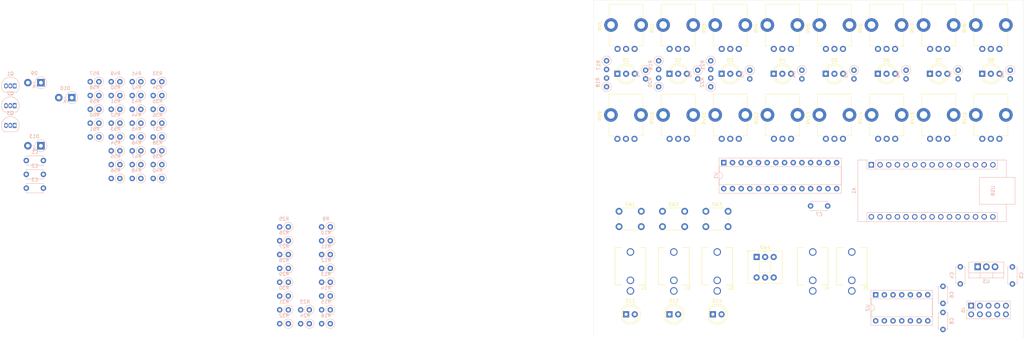
<source format=kicad_pcb>
(kicad_pcb (version 20240108) (generator "pcbnew") (generator_version "8.0")
  (layers (0 "F.Cu" signal) (31 "B.Cu" signal) (36 "B.SilkS" user "B.Silkscreen") (37 "F.SilkS" user "F.Silkscreen") (38 "B.Mask" user) (39 "F.Mask" user) (44 "Edge.Cuts" user))
  (net 0 "")
  (net 4 "GND")
  (net 9 "+5V")
  (net 18 "STEP_MODE")
  (net 19 "SDA")
  (net 20 "CLOCK_IN")
  (net 22 "FLIP_IN")
  (net 23 "RESET_IN")
  (net 28 "SCK")
  (net 30 "+12V")
  (net 31 "-12V")
  (net 32 "Net-(D1-A1)")
  (net 33 "Net-(D1-A2)")
  (net 34 "Net-(D2-A2)")
  (net 35 "Net-(D2-A1)")
  (net 36 "Net-(D3-A2)")
  (net 37 "Net-(D3-A1)")
  (net 38 "Net-(D4-A1)")
  (net 39 "Net-(D4-A2)")
  (net 40 "Net-(D5-A2)")
  (net 41 "Net-(D5-A1)")
  (net 42 "Net-(D6-A1)")
  (net 43 "Net-(D6-A2)")
  (net 44 "Net-(D7-A2)")
  (net 45 "Net-(D7-A1)")
  (net 46 "Net-(D8-A2)")
  (net 47 "Net-(D8-A1)")
  (net 48 "Net-(D9-K)")
  (net 49 "Net-(D10-K)")
  (net 50 "Net-(D11-A)")
  (net 51 "Net-(D11-K)")
  (net 52 "Net-(D12-K)")
  (net 53 "Net-(D12-A)")
  (net 54 "Net-(D13-K)")
  (net 55 "Net-(D14-K)")
  (net 56 "Net-(D14-A)")
  (net 58 "Net-(J1-Pad3)")
  (net 59 "Net-(J2-Pad3)")
  (net 61 "Net-(J3-Pad3)")
  (net 64 "Net-(J4-Pad3)")
  (net 66 "Net-(J5-Pad3)")
  (net 67 "CV1_OUT")
  (net 68 "Net-(R1-Pad1)")
  (net 69 "Net-(R2-Pad1)")
  (net 70 "Net-(R3-Pad1)")
  (net 71 "Net-(R4-Pad1)")
  (net 72 "Net-(R5-Pad1)")
  (net 73 "Net-(R6-Pad1)")
  (net 74 "Net-(R7-Pad1)")
  (net 75 "Net-(R8-Pad1)")
  (net 76 "Net-(R9-Pad1)")
  (net 77 "Net-(SW4B-B)")
  (net 78 "Net-(R10-Pad1)")
  (net 79 "Net-(R11-Pad1)")
  (net 80 "Net-(R12-Pad1)")
  (net 81 "Net-(R13-Pad1)")
  (net 82 "Net-(R14-Pad1)")
  (net 83 "Net-(R15-Pad1)")
  (net 84 "Net-(R16-Pad1)")
  (net 85 "STEP1")
  (net 86 "STEP9")
  (net 87 "STEP2")
  (net 88 "STEP10")
  (net 89 "STEP3")
  (net 90 "STEP11")
  (net 91 "STEP4")
  (net 92 "STEP12")
  (net 93 "STEP5")
  (net 94 "STEP13")
  (net 95 "STEP6")
  (net 96 "STEP14")
  (net 97 "STEP7")
  (net 98 "STEP15")
  (net 99 "STEP8")
  (net 100 "STEP16")
  (net 101 "Net-(R48-Pad2)")
  (net 102 "Net-(R51-Pad2)")
  (net 103 "Net-(U2B--)")
  (net 104 "Net-(R53-Pad2)")
  (net 105 "Net-(R55-Pad2)")
  (net 106 "CV2_OUT")
  (net 107 "Net-(R58-Pad2)")
  (net 108 "Net-(U2D-+)")
  (net 109 "Net-(R60-Pad2)")
  (footprint "LED_THT:LED_D5.0mm_Clear" (layer "F.Cu") (at 28.57 111.125)
    (property "Reference" "D11" (at 1.27 -3.96 0) (layer "F.SilkS"))
    (property "Value" "LED_STEP")
    (pad "1" thru_hole rect (at 0 0) (size 1.8 1.8) (drill 0.9) (layers "*.Cu" "*.Mask") (net 51 "Net-(D11-K)"))
    (pad "2" thru_hole circle (at 2.54 0) (size 1.8 1.8) (drill 0.9) (layers "*.Cu" "*.Mask") (net 50 "Net-(D11-A)"))
  )
  (footprint "Potentiometer_THT:Potentiometer_Bourns_PTV09A-1_Single_Vertical" (layer "F.Cu") (at 92.035 59.69 90)
    (property "Reference" "RV13" (at 6.05 -10.15 90) (layer "F.SilkS"))
    (property "Value" "A10K" (hide yes))
    (pad "" np_thru_hole circle (at 7 -6.9 90) (size 4 4) (drill 2.2) (layers "F&B.Cu" "*.Mask"))
    (pad "" np_thru_hole circle (at 7 1.9 90) (size 4 4) (drill 2.2) (layers "F&B.Cu" "*.Mask"))
    (pad "1" thru_hole circle (at 0 0 90) (size 1.8 1.8) (drill 1) (layers "*.Cu" "*.Mask") (net 4 "GND"))
    (pad "2" thru_hole circle (at 0 -2.5 90) (size 1.8 1.8) (drill 1) (layers "*.Cu" "*.Mask") (net 81 "Net-(R13-Pad1)"))
    (pad "3" thru_hole circle (at 0 -5 90) (size 1.8 1.8) (drill 1) (layers "*.Cu" "*.Mask") (net 94 "STEP13"))
  )
  (footprint "Potentiometer_THT:Potentiometer_Bourns_PTV09A-1_Single_Vertical" (layer "F.Cu") (at 46.315 33.355 90)
    (property "Reference" "RV2" (at 6.05 -10.15 90) (layer "F.SilkS"))
    (property "Value" "A10K" (hide yes))
    (pad "" np_thru_hole circle (at 7 -6.9 90) (size 4 4) (drill 2.2) (layers "F&B.Cu" "*.Mask"))
    (pad "" np_thru_hole circle (at 7 1.9 90) (size 4 4) (drill 2.2) (layers "F&B.Cu" "*.Mask"))
    (pad "1" thru_hole circle (at 0 0 90) (size 1.8 1.8) (drill 1) (layers "*.Cu" "*.Mask") (net 4 "GND"))
    (pad "2" thru_hole circle (at 0 -2.5 90) (size 1.8 1.8) (drill 1) (layers "*.Cu" "*.Mask") (net 69 "Net-(R2-Pad1)"))
    (pad "3" thru_hole circle (at 0 -5 90) (size 1.8 1.8) (drill 1) (layers "*.Cu" "*.Mask") (net 87 "STEP2"))
  )
  (footprint "Potentiometer_THT:Potentiometer_Bourns_PTV09A-1_Single_Vertical" (layer "F.Cu") (at 92.035 33.355 90)
    (property "Reference" "RV5" (at 6.05 -10.15 90) (layer "F.SilkS"))
    (property "Value" "A10K" (hide yes))
    (pad "" np_thru_hole circle (at 7 -6.9 90) (size 4 4) (drill 2.2) (layers "F&B.Cu" "*.Mask"))
    (pad "" np_thru_hole circle (at 7 1.9 90) (size 4 4) (drill 2.2) (layers "F&B.Cu" "*.Mask"))
    (pad "1" thru_hole circle (at 0 0 90) (size 1.8 1.8) (drill 1) (layers "*.Cu" "*.Mask") (net 4 "GND"))
    (pad "2" thru_hole circle (at 0 -2.5 90) (size 1.8 1.8) (drill 1) (layers "*.Cu" "*.Mask") (net 72 "Net-(R5-Pad1)"))
    (pad "3" thru_hole circle (at 0 -5 90) (size 1.8 1.8) (drill 1) (layers "*.Cu" "*.Mask") (net 93 "STEP5"))
  )
  (footprint "LED_THT:LED_D5.0mm-3" (layer "F.Cu") (at 26.035 40.64)
    (property "Reference" "D1" (at 2.54 -3.96 0) (layer "F.SilkS"))
    (property "Value" "LED_Dual_AAK" (hide yes))
    (pad "1" thru_hole rect (at 0 0) (size 1.8 1.8) (drill 0.9) (layers "*.Cu" "*.Mask") (net 32 "Net-(D1-A1)"))
    (pad "2" thru_hole circle (at 2.54 0) (size 1.8 1.8) (drill 0.9) (layers "*.Cu" "*.Mask") (net 33 "Net-(D1-A2)"))
    (pad "3" thru_hole circle (at 5.08 0) (size 1.8 1.8) (drill 0.9) (layers "*.Cu" "*.Mask") (net 4 "GND"))
  )
  (footprint "LED_THT:LED_D5.0mm-3" (layer "F.Cu") (at 41.275 40.64)
    (property "Reference" "D2" (at 2.54 -3.96 0) (layer "F.SilkS"))
    (property "Value" "LED_Dual_AAK" (hide yes))
    (pad "1" thru_hole rect (at 0 0) (size 1.8 1.8) (drill 0.9) (layers "*.Cu" "*.Mask") (net 35 "Net-(D2-A1)"))
    (pad "2" thru_hole circle (at 2.54 0) (size 1.8 1.8) (drill 0.9) (layers "*.Cu" "*.Mask") (net 34 "Net-(D2-A2)"))
    (pad "3" thru_hole circle (at 5.08 0) (size 1.8 1.8) (drill 0.9) (layers "*.Cu" "*.Mask") (net 4 "GND"))
  )
  (footprint "LED_THT:LED_D5.0mm-3" (layer "F.Cu") (at 117.475 40.64)
    (property "Reference" "D7" (at 2.54 -3.96 0) (layer "F.SilkS"))
    (property "Value" "LED_Dual_AAK" (hide yes))
    (pad "1" thru_hole rect (at 0 0) (size 1.8 1.8) (drill 0.9) (layers "*.Cu" "*.Mask") (net 45 "Net-(D7-A1)"))
    (pad "2" thru_hole circle (at 2.54 0) (size 1.8 1.8) (drill 0.9) (layers "*.Cu" "*.Mask") (net 44 "Net-(D7-A2)"))
    (pad "3" thru_hole circle (at 5.08 0) (size 1.8 1.8) (drill 0.9) (layers "*.Cu" "*.Mask") (net 4 "GND"))
  )
  (footprint "LED_THT:LED_D5.0mm-3" (layer "F.Cu") (at 86.995 40.64)
    (property "Reference" "D5" (at 2.54 -3.96 0) (layer "F.SilkS"))
    (property "Value" "LED_Dual_AAK" (hide yes))
    (pad "1" thru_hole rect (at 0 0) (size 1.8 1.8) (drill 0.9) (layers "*.Cu" "*.Mask") (net 41 "Net-(D5-A1)"))
    (pad "2" thru_hole circle (at 2.54 0) (size 1.8 1.8) (drill 0.9) (layers "*.Cu" "*.Mask") (net 40 "Net-(D5-A2)"))
    (pad "3" thru_hole circle (at 5.08 0) (size 1.8 1.8) (drill 0.9) (layers "*.Cu" "*.Mask") (net 4 "GND"))
  )
  (footprint "Eurocad:PJ301M-12" (layer "F.Cu") (at 29.845 97.79)
    (property "Reference" "J1" (at 4.064 5.588 360) (layer "F.SilkS"))
    (property "Value" "CLOCK_IN")
    (pad "1" thru_hole circle (at 0 6.48) (size 2.2 2.2) (drill 1.6) (layers "*.Cu" "*.Mask") (net 4 "GND"))
    (pad "2" thru_hole circle (at 0 3.38) (size 2.2 2.2) (drill 1.6) (layers "*.Cu" "*.Mask"))
    (pad "3" thru_hole circle (at 0 -4.92) (size 2.2 2.2) (drill 1.6) (layers "*.Cu" "*.Mask") (net 58 "Net-(J1-Pad3)"))
  )
  (footprint "Potentiometer_THT:Potentiometer_Bourns_PTV09A-1_Single_Vertical" (layer "F.Cu") (at 31.03 59.705 90)
    (property "Reference" "RV9" (at 6.685 -10.12 -90) (layer "F.SilkS"))
    (property "Value" "A10K" (hide yes))
    (pad "" np_thru_hole circle (at 7 -6.9 90) (size 4 4) (drill 2.2) (layers "F&B.Cu" "*.Mask"))
    (pad "" np_thru_hole circle (at 7 1.9 90) (size 4 4) (drill 2.2) (layers "F&B.Cu" "*.Mask"))
    (pad "1" thru_hole circle (at 0 0 90) (size 1.8 1.8) (drill 1) (layers "*.Cu" "*.Mask") (net 4 "GND"))
    (pad "2" thru_hole circle (at 0 -2.5 90) (size 1.8 1.8) (drill 1) (layers "*.Cu" "*.Mask") (net 76 "Net-(R9-Pad1)"))
    (pad "3" thru_hole circle (at 0 -5 90) (size 1.8 1.8) (drill 1) (layers "*.Cu" "*.Mask") (net 86 "STEP9"))
  )
  (footprint "LED_THT:LED_D5.0mm_Clear" (layer "F.Cu") (at 41.27 111.125)
    (property "Reference" "D12" (at 1.27 -3.96 0) (layer "F.SilkS"))
    (property "Value" "LED_RESET")
    (pad "1" thru_hole rect (at 0 0) (size 1.8 1.8) (drill 0.9) (layers "*.Cu" "*.Mask") (net 52 "Net-(D12-K)"))
    (pad "2" thru_hole circle (at 2.54 0) (size 1.8 1.8) (drill 0.9) (layers "*.Cu" "*.Mask") (net 53 "Net-(D12-A)"))
  )
  (footprint "Button_Switch_THT:SW_PUSH_6mm" (layer "F.Cu") (at 26.52 80.935)
    (property "Reference" "SW1" (at 3.25 -2 0) (layer "F.SilkS"))
    (property "Value" "SW_STEP")
    (pad "1" thru_hole circle (at 0 0 90) (size 2 2) (drill 1.1) (layers "*.Cu" "*.Mask") (net 51 "Net-(D11-K)"))
    (pad "1" thru_hole circle (at 6.5 0 90) (size 2 2) (drill 1.1) (layers "*.Cu" "*.Mask") (net 51 "Net-(D11-K)"))
    (pad "2" thru_hole circle (at 0 4.5 90) (size 2 2) (drill 1.1) (layers "*.Cu" "*.Mask") (net 4 "GND"))
    (pad "2" thru_hole circle (at 6.5 4.5 90) (size 2 2) (drill 1.1) (layers "*.Cu" "*.Mask") (net 4 "GND"))
  )
  (footprint "LED_THT:LED_D5.0mm-3" (layer "F.Cu") (at 71.755 40.64)
    (property "Reference" "D4" (at 2.54 -3.96 0) (layer "F.SilkS"))
    (property "Value" "LED_Dual_AAK" (hide yes))
    (pad "1" thru_hole rect (at 0 0) (size 1.8 1.8) (drill 0.9) (layers "*.Cu" "*.Mask") (net 38 "Net-(D4-A1)"))
    (pad "2" thru_hole circle (at 2.54 0) (size 1.8 1.8) (drill 0.9) (layers "*.Cu" "*.Mask") (net 39 "Net-(D4-A2)"))
    (pad "3" thru_hole circle (at 5.08 0) (size 1.8 1.8) (drill 0.9) (layers "*.Cu" "*.Mask") (net 4 "GND"))
  )
  (footprint "Potentiometer_THT:Potentiometer_Bourns_PTV09A-1_Single_Vertical" (layer "F.Cu") (at 107.315 59.69 90)
    (property "Reference" "RV14" (at 6.05 -10.15 90) (layer "F.SilkS"))
    (property "Value" "A10K" (hide yes))
    (pad "" np_thru_hole circle (at 7 -6.9 90) (size 4 4) (drill 2.2) (layers "F&B.Cu" "*.Mask"))
    (pad "" np_thru_hole circle (at 7 1.9 90) (size 4 4) (drill 2.2) (layers "F&B.Cu" "*.Mask"))
    (pad "1" thru_hole circle (at 0 0 90) (size 1.8 1.8) (drill 1) (layers "*.Cu" "*.Mask") (net 4 "GND"))
    (pad "2" thru_hole circle (at 0 -2.5 90) (size 1.8 1.8) (drill 1) (layers "*.Cu" "*.Mask") (net 82 "Net-(R14-Pad1)"))
    (pad "3" thru_hole circle (at 0 -5 90) (size 1.8 1.8) (drill 1) (layers "*.Cu" "*.Mask") (net 96 "STEP14"))
  )
  (footprint "LED_THT:LED_D5.0mm_Clear" (layer "F.Cu") (at 53.97 111.125)
    (property "Reference" "D14" (at 1.27 -3.96 0) (layer "F.SilkS"))
    (property "Value" "LED_FLIP")
    (pad "1" thru_hole rect (at 0 0) (size 1.8 1.8) (drill 0.9) (layers "*.Cu" "*.Mask") (net 55 "Net-(D14-K)"))
    (pad "2" thru_hole circle (at 2.54 0) (size 1.8 1.8) (drill 0.9) (layers "*.Cu" "*.Mask") (net 56 "Net-(D14-A)"))
  )
  (footprint "Button_Switch_THT:SW_Push_2P2T_Toggle_CK_PVA2xxH2xxxxxxV2" (layer "F.Cu") (at 66.755 94.33)
    (property "Reference" "SW4" (at 2.5 -2.75 0) (layer "F.SilkS"))
    (property "Value" "SW_8/16")
    (pad "1" thru_hole rect (at 0 0) (size 1.8 1.8) (drill 0.9) (layers "*.Cu" "*.Mask") (net 9 "+5V"))
    (pad "2" thru_hole circle (at 2.5 0) (size 1.8 1.8) (drill 0.9) (layers "*.Cu" "*.Mask") (net 18 "STEP_MODE"))
    (pad "3" thru_hole circle (at 5 0) (size 1.8 1.8) (drill 0.9) (layers "*.Cu" "*.Mask") (net 4 "GND"))
    (pad "4" thru_hole circle (at 0 6) (size 1.8 1.8) (drill 0.9) (layers "*.Cu" "*.Mask") (net 67 "CV1_OUT"))
    (pad "5" thru_hole circle (at 2.5 6) (size 1.8 1.8) (drill 0.9) (layers "*.Cu" "*.Mask") (net 77 "Net-(SW4B-B)"))
    (pad "6" thru_hole circle (at 5 6) (size 1.8 1.8) (drill 0.9) (layers "*.Cu" "*.Mask") (net 106 "CV2_OUT"))
  )
  (footprint "LED_THT:LED_D5.0mm-3" (layer "F.Cu") (at 132.755 40.64)
    (property "Reference" "D8" (at 2.54 -3.96 0) (layer "F.SilkS"))
    (property "Value" "LED_Dual_AAK" (hide yes))
    (pad "1" thru_hole rect (at 0 0) (size 1.8 1.8) (drill 0.9) (layers "*.Cu" "*.Mask") (net 47 "Net-(D8-A1)"))
    (pad "2" thru_hole circle (at 2.54 0) (size 1.8 1.8) (drill 0.9) (layers "*.Cu" "*.Mask") (net 46 "Net-(D8-A2)"))
    (pad "3" thru_hole circle (at 5.08 0) (size 1.8 1.8) (drill 0.9) (layers "*.Cu" "*.Mask") (net 4 "GND"))
  )
  (footprint "Eurocad:PJ301M-12" (layer "F.Cu") (at 55.245 97.79)
    (property "Reference" "J3" (at 4.064 5.588 0) (layer "F.SilkS"))
    (property "Value" "FLIP_IN")
    (pad "1" thru_hole circle (at 0 6.48) (size 2.2 2.2) (drill 1.6) (layers "*.Cu" "*.Mask") (net 4 "GND"))
    (pad "2" thru_hole circle (at 0 3.38) (size 2.2 2.2) (drill 1.6) (layers "*.Cu" "*.Mask"))
    (pad "3" thru_hole circle (at 0 -4.92) (size 2.2 2.2) (drill 1.6) (layers "*.Cu" "*.Mask") (net 61 "Net-(J3-Pad3)"))
  )
  (footprint "Eurocad:PJ301M-12" (layer "F.Cu") (at 42.545 97.79)
    (property "Reference" "J2" (at 4.064 5.588 0) (layer "F.SilkS"))
    (property "Value" "RESET_IN")
    (pad "1" thru_hole circle (at 0 6.48) (size 2.2 2.2) (drill 1.6) (layers "*.Cu" "*.Mask") (net 4 "GND"))
    (pad "2" thru_hole circle (at 0 3.38) (size 2.2 2.2) (drill 1.6) (layers "*.Cu" "*.Mask"))
    (pad "3" thru_hole circle (at 0 -4.92) (size 2.2 2.2) (drill 1.6) (layers "*.Cu" "*.Mask") (net 59 "Net-(J2-Pad3)"))
  )
  (footprint "Potentiometer_THT:Potentiometer_Bourns_PTV09A-1_Single_Vertical" (layer "F.Cu") (at 122.515 33.355 90)
    (property "Reference" "RV7" (at 6.05 -10.15 90) (layer "F.SilkS"))
    (property "Value" "A10K" (hide yes))
    (pad "" np_thru_hole circle (at 7 -6.9 90) (size 4 4) (drill 2.2) (layers "F&B.Cu" "*.Mask"))
    (pad "" np_thru_hole circle (at 7 1.9 90) (size 4 4) (drill 2.2) (layers "F&B.Cu" "*.Mask"))
    (pad "1" thru_hole circle (at 0 0 90) (size 1.8 1.8) (drill 1) (layers "*.Cu" "*.Mask") (net 4 "GND"))
    (pad "2" thru_hole circle (at 0 -2.5 90) (size 1.8 1.8) (drill 1) (layers "*.Cu" "*.Mask") (net 74 "Net-(R7-Pad1)"))
    (pad "3" thru_hole circle (at 0 -5 90) (size 1.8 1.8) (drill 1) (layers "*.Cu" "*.Mask") (net 97 "STEP7"))
  )
  (footprint "Eurocad:PJ301M-12" (layer "F.Cu") (at 83.185 97.79)
    (property "Reference" "J4" (at 4.064 5.588 0) (layer "F.SilkS"))
    (property "Value" "CV1_OUT")
    (pad "1" thru_hole circle (at 0 6.48) (size 2.2 2.2) (drill 1.6) (layers "*.Cu" "*.Mask") (net 4 "GND"))
    (pad "2" thru_hole circle (at 0 3.38) (size 2.2 2.2) (drill 1.6) (layers "*.Cu" "*.Mask"))
    (pad "3" thru_hole circle (at 0 -4.92) (size 2.2 2.2) (drill 1.6) (layers "*.Cu" "*.Mask") (net 64 "Net-(J4-Pad3)"))
  )
  (footprint "Potentiometer_THT:Potentiometer_Bourns_PTV09A-1_Single_Vertical" (layer "F.Cu") (at 76.795 33.355 90)
    (property "Reference" "RV4" (at 6.05 -10.15 90) (layer "F.SilkS"))
    (property "Value" "A10K" (hide yes))
    (pad "" np_thru_hole circle (at 7 -6.9 90) (size 4 4) (drill 2.2) (layers "F&B.Cu" "*.Mask"))
    (pad "" np_thru_hole circle (at 7 1.9 90) (size 4 4) (drill 2.2) (layers "F&B.Cu" "*.Mask"))
    (pad "1" thru_hole circle (at 0 0 90) (size 1.8 1.8) (drill 1) (layers "*.Cu" "*.Mask") (net 4 "GND"))
    (pad "2" thru_hole circle (at 0 -2.5 90) (size 1.8 1.8) (drill 1) (layers "*.Cu" "*.Mask") (net 71 "Net-(R4-Pad1)"))
    (pad "3" thru_hole circle (at 0 -5 90) (size 1.8 1.8) (drill 1) (layers "*.Cu" "*.Mask") (net 91 "STEP4"))
  )
  (footprint "Potentiometer_THT:Potentiometer_Bourns_PTV09A-1_Single_Vertical" (layer "F.Cu") (at 61.555 59.69 90)
    (property "Reference" "RV11" (at 6.05 -10.15 90) (layer "F.SilkS"))
    (property "Value" "A10K" (hide yes))
    (pad "" np_thru_hole circle (at 7 -6.9 90) (size 4 4) (drill 2.2) (layers "F&B.Cu" "*.Mask"))
    (pad "" np_thru_hole circle (at 7 1.9 90) (size 4 4) (drill 2.2) (layers "F&B.Cu" "*.Mask"))
    (pad "1" thru_hole circle (at 0 0 90) (size 1.8 1.8) (drill 1) (layers "*.Cu" "*.Mask") (net 4 "GND"))
    (pad "2" thru_hole circle (at 0 -2.5 90) (size 1.8 1.8) (drill 1) (layers "*.Cu" "*.Mask") (net 79 "Net-(R11-Pad1)"))
    (pad "3" thru_hole circle (at 0 -5 90) (size 1.8 1.8) (drill 1) (layers "*.Cu" "*.Mask") (net 90 "STEP11"))
  )
  (footprint "Button_Switch_THT:SW_PUSH_6mm" (layer "F.Cu") (at 39.22 80.935)
    (property "Reference" "SW2" (at 3.25 -2 0) (layer "F.SilkS"))
    (property "Value" "SW_RESET")
    (pad "1" thru_hole circle (at 0 0 90) (size 2 2) (drill 1.1) (layers "*.Cu" "*.Mask") (net 52 "Net-(D12-K)"))
    (pad "1" thru_hole circle (at 6.5 0 90) (size 2 2) (drill 1.1) (layers "*.Cu" "*.Mask") (net 52 "Net-(D12-K)"))
    (pad "2" thru_hole circle (at 0 4.5 90) (size 2 2) (drill 1.1) (layers "*.Cu" "*.Mask") (net 4 "GND"))
    (pad "2" thru_hole circle (at 6.5 4.5 90) (size 2 2) (drill 1.1) (layers "*.Cu" "*.Mask") (net 4 "GND"))
  )
  (footprint "Eurocad:PJ301M-12" (layer "F.Cu") (at 94.615 97.79)
    (property "Reference" "J5" (at 4.064 5.588 0) (layer "F.SilkS"))
    (property "Value" "CV2_OUT")
    (pad "1" thru_hole circle (at 0 6.48) (size 2.2 2.2) (drill 1.6) (layers "*.Cu" "*.Mask") (net 4 "GND"))
    (pad "2" thru_hole circle (at 0 3.38) (size 2.2 2.2) (drill 1.6) (layers "*.Cu" "*.Mask"))
    (pad "3" thru_hole circle (at 0 -4.92) (size 2.2 2.2) (drill 1.6) (layers "*.Cu" "*.Mask") (net 66 "Net-(J5-Pad3)"))
  )
  (footprint "Potentiometer_THT:Potentiometer_Bourns_PTV09A-1_Single_Vertical" (layer "F.Cu") (at 31.075 33.355 90)
    (property "Reference" "RV1" (at 6.685 -10.12 -90) (layer "F.SilkS"))
    (property "Value" "A10K" (hide yes))
    (pad "" np_thru_hole circle (at 7 -6.9 90) (size 4 4) (drill 2.2) (layers "F&B.Cu" "*.Mask"))
    (pad "" np_thru_hole circle (at 7 1.9 90) (size 4 4) (drill 2.2) (layers "F&B.Cu" "*.Mask"))
    (pad "1" thru_hole circle (at 0 0 90) (size 1.8 1.8) (drill 1) (layers "*.Cu" "*.Mask") (net 4 "GND"))
    (pad "2" thru_hole circle (at 0 -2.5 90) (size 1.8 1.8) (drill 1) (layers "*.Cu" "*.Mask") (net 68 "Net-(R1-Pad1)"))
    (pad "3" thru_hole circle (at 0 -5 90) (size 1.8 1.8) (drill 1) (layers "*.Cu" "*.Mask") (net 85 "STEP1"))
  )
  (footprint "LED_THT:LED_D5.0mm-3" (layer "F.Cu") (at 102.235 40.64)
    (property "Reference" "D6" (at 2.54 -3.96 0) (layer "F.SilkS"))
    (property "Value" "LED_Dual_AAK" (hide yes))
    (pad "1" thru_hole rect (at 0 0) (size 1.8 1.8) (drill 0.9) (layers "*.Cu" "*.Mask") (net 42 "Net-(D6-A1)"))
    (pad "2" thru_hole circle (at 2.54 0) (size 1.8 1.8) (drill 0.9) (layers "*.Cu" "*.Mask") (net 43 "Net-(D6-A2)"))
    (pad "3" thru_hole circle (at 5.08 0) (size 1.8 1.8) (drill 0.9) (layers "*.Cu" "*.Mask") (net 4 "GND"))
  )
  (footprint "Potentiometer_THT:Potentiometer_Bourns_PTV09A-1_Single_Vertical" (layer "F.Cu") (at 46.315 59.705 90)
    (property "Reference" "RV10" (at 6.05 -10.15 90) (layer "F.SilkS"))
    (property "Value" "A10K" (hide yes))
    (pad "" np_thru_hole circle (at 7 -6.9 90) (size 4 4) (drill 2.2) (layers "F&B.Cu" "*.Mask"))
    (pad "" np_thru_hole circle (at 7 1.9 90) (size 4 4) (drill 2.2) (layers "F&B.Cu" "*.Mask"))
    (pad "1" thru_hole circle (at 0 0 90) (size 1.8 1.8) (drill 1) (layers "*.Cu" "*.Mask") (net 4 "GND"))
    (pad "2" thru_hole circle (at 0 -2.5 90) (size 1.8 1.8) (drill 1) (layers "*.Cu" "*.Mask") (net 78 "Net-(R10-Pad1)"))
    (pad "3" thru_hole circle (at 0 -5 90) (size 1.8 1.8) (drill 1) (layers "*.Cu" "*.Mask") (net 88 "STEP10"))
  )
  (footprint "Potentiometer_THT:Potentiometer_Bourns_PTV09A-1_Single_Vertical" (layer "F.Cu") (at 137.795 33.355 90)
    (property "Reference" "RV8" (at 6.05 -10.15 90) (layer "F.SilkS"))
    (property "Value" "A10K" (hide yes))
    (pad "" np_thru_hole circle (at 7 -6.9 90) (size 4 4) (drill 2.2) (layers "F&B.Cu" "*.Mask"))
    (pad "" np_thru_hole circle (at 7 1.9 90) (size 4 4) (drill 2.2) (layers "F&B.Cu" "*.Mask"))
    (pad "1" thru_hole circle (at 0 0 90) (size 1.8 1.8) (drill 1) (layers "*.Cu" "*.Mask") (net 4 "GND"))
    (pad "2" thru_hole circle (at 0 -2.5 90) (size 1.8 1.8) (drill 1) (layers "*.Cu" "*.Mask") (net 75 "Net-(R8-Pad1)"))
    (pad "3" thru_hole circle (at 0 -5 90) (size 1.8 1.8) (drill 1) (layers "*.Cu" "*.Mask") (net 99 "STEP8"))
  )
  (footprint "Potentiometer_THT:Potentiometer_Bourns_PTV09A-1_Single_Vertical" (layer "F.Cu") (at 61.555 33.355 90)
    (property "Reference" "RV3" (at 6.05 -10.15 90) (layer "F.SilkS"))
    (property "Value" "A10K" (hide yes))
    (pad "" np_thru_hole circle (at 7 -6.9 90) (size 4 4) (drill 2.2) (layers "F&B.Cu" "*.Mask"))
    (pad "" np_thru_hole circle (at 7 1.9 90) (size 4 4) (drill 2.2) (layers "F&B.Cu" "*.Mask"))
    (pad "1" thru_hole circle (at 0 0 90) (size 1.8 1.8) (drill 1) (layers "*.Cu" "*.Mask") (net 4 "GND"))
    (pad "2" thru_hole circle (at 0 -2.5 90) (size 1.8 1.8) (drill 1) (layers "*.Cu" "*.Mask") (net 70 "Net-(R3-Pad1)"))
    (pad "3" thru_hole circle (at 0 -5 90) (size 1.8 1.8) (drill 1) (layers "*.Cu" "*.Mask") (net 89 "STEP3"))
  )
  (footprint "Button_Switch_THT:SW_PUSH_6mm" (layer "F.Cu") (at 51.92 80.935)
    (property "Reference" "SW3" (at 3.25 -2 0) (layer "F.SilkS"))
    (property "Value" "SW_FLIP")
    (pad "1" thru_hole circle (at 0 0 90) (size 2 2) (drill 1.1) (layers "*.Cu" "*.Mask") (net 55 "Net-(D14-K)"))
    (pad "1" thru_hole circle (at 6.5 0 90) (size 2 2) (drill 1.1) (layers "*.Cu" "*.Mask") (net 55 "Net-(D14-K)"))
    (pad "2" thru_hole circle (at 0 4.5 90) (size 2 2) (drill 1.1) (layers "*.Cu" "*.Mask") (net 4 "GND"))
    (pad "2" thru_hole circle (at 6.5 4.5 90) (size 2 2) (drill 1.1) (layers "*.Cu" "*.Mask") (net 4 "GND"))
  )
  (footprint "Potentiometer_THT:Potentiometer_Bourns_PTV09A-1_Single_Vertical" (layer "F.Cu") (at 122.515 59.69 90)
    (property "Reference" "RV15" (at 6.05 -10.15 90) (layer "F.SilkS"))
    (property "Value" "A10K" (hide yes))
    (pad "" np_thru_hole circle (at 7 -6.9 90) (size 4 4) (drill 2.2) (layers "F&B.Cu" "*.Mask"))
    (pad "" np_thru_hole circle (at 7 1.9 90) (size 4 4) (drill 2.2) (layers "F&B.Cu" "*.Mask"))
    (pad "1" thru_hole circle (at 0 0 90) (size 1.8 1.8) (drill 1) (layers "*.Cu" "*.Mask") (net 4 "GND"))
    (pad "2" thru_hole circle (at 0 -2.5 90) (size 1.8 1.8) (drill 1) (layers "*.Cu" "*.Mask") (net 83 "Net-(R15-Pad1)"))
    (pad "3" thru_hole circle (at 0 -5 90) (size 1.8 1.8) (drill 1) (layers "*.Cu" "*.Mask") (net 98 "STEP15"))
  )
  (footprint "Potentiometer_THT:Potentiometer_Bourns_PTV09A-1_Single_Vertical" (layer "F.Cu") (at 76.835 59.69 90)
    (property "Reference" "RV12" (at 6.05 -10.15 90) (layer "F.SilkS"))
    (property "Value" "A10K" (hide yes))
    (pad "" np_thru_hole circle (at 7 -6.9 90) (size 4 4) (drill 2.2) (layers "F&B.Cu" "*.Mask"))
    (pad "" np_thru_hole circle (at 7 1.9 90) (size 4 4) (drill 2.2) (layers "F&B.Cu" "*.Mask"))
    (pad "1" thru_hole circle (at 0 0 90) (size 1.8 1.8) (drill 1) (layers "*.Cu" "*.Mask") (net 4 "GND"))
    (pad "2" thru_hole circle (at 0 -2.5 90) (size 1.8 1.8) (drill 1) (layers "*.Cu" "*.Mask") (net 80 "Net-(R12-Pad1)"))
    (pad "3" thru_hole circle (at 0 -5 90) (size 1.8 1.8) (drill 1) (layers "*.Cu" "*.Mask") (net 92 "STEP12"))
  )
  (footprint "Potentiometer_THT:Potentiometer_Bourns_PTV09A-1_Single_Vertical" (layer "F.Cu") (at 137.795 59.69 90)
    (property "Reference" "RV16" (at 6.05 -10.15 90) (layer "F.SilkS"))
    (property "Value" "A10K" (hide yes))
    (pad "" np_thru_hole circle (at 7 -6.9 90) (size 4 4) (drill 2.2) (layers "F&B.Cu" "*.Mask"))
    (pad "" np_thru_hole circle (at 7 1.9 90) (size 4 4) (drill 2.2) (layers "F&B.Cu" "*.Mask"))
    (pad "1" thru_hole circle (at 0 0 90) (size 1.8 1.8) (drill 1) (layers "*.Cu" "*.Mask") (net 4 "GND"))
    (pad "2" thru_hole circle (at 0 -2.5 90) (size 1.8 1.8) (drill 1) (layers "*.Cu" "*.Mask") (net 84 "Net-(R16-Pad1)"))
    (pad "3" thru_hole circle (at 0 -5 90) (size 1.8 1.8) (drill 1) (layers "*.Cu" "*.Mask") (net 100 "STEP16"))
  )
  (footprint "Potentiometer_THT:Potentiometer_Bourns_PTV09A-1_Single_Vertical" (layer "F.Cu") (at 107.275 33.355 90)
    (property "Reference" "RV6" (at 6.05 -10.15 90) (layer "F.SilkS"))
    (property "Value" "A10K" (hide yes))
    (pad "" np_thru_hole circle (at 7 -6.9 90) (size 4 4) (drill 2.2) (layers "F&B.Cu" "*.Mask"))
    (pad "" np_thru_hole circle (at 7 1.9 90) (size 4 4) (drill 2.2) (layers "F&B.Cu" "*.Mask"))
    (pad "1" thru_hole circle (at 0 0 90) (size 1.8 1.8) (drill 1) (layers "*.Cu" "*.Mask") (net 4 "GND"))
    (pad "2" thru_hole circle (at 0 -2.5 90) (size 1.8 1.8) (drill 1) (layers "*.Cu" "*.Mask") (net 73 "Net-(R6-Pad1)"))
    (pad "3" thru_hole circle (at 0 -5 90) (size 1.8 1.8) (drill 1) (layers "*.Cu" "*.Mask") (net 95 "STEP6"))
  )
  (footprint "LED_THT:LED_D5.0mm-3" (layer "F.Cu") (at 56.515 40.64)
    (property "Reference" "D3" (at 2.54 -3.96 0) (layer "F.SilkS"))
    (property "Value" "LED_Dual_AAK" (hide yes))
    (pad "1" thru_hole rect (at 0 0) (size 1.8 1.8) (drill 0.9) (layers "*.Cu" "*.Mask") (net 37 "Net-(D3-A1)"))
    (pad "2" thru_hole circle (at 2.54 0) (size 1.8 1.8) (drill 0.9) (layers "*.Cu" "*.Mask") (net 36 "Net-(D3-A2)"))
    (pad "3" thru_hole circle (at 5.08 0) (size 1.8 1.8) (drill 0.9) (layers "*.Cu" "*.Mask") (net 4 "GND"))
  )
  (footprint "Resistor_THT:R_Axial_DIN0207_L6.3mm_D2.5mm_P2.54mm_Vertical" (layer "B.Cu") (at -113.38 71.31 180)
    (property "Reference" "R48" (at 1.27 2.37 0) (layer "B.SilkS") (effects (justify mirror)))
    (property "Value" "68K")
    (pad "1" thru_hole circle (at 0 0 180) (size 1.6 1.6) (drill 0.8) (layers "*.Cu" "*.Mask") (net 31 "-12V"))
    (pad "2" thru_hole oval (at 2.54 0 180) (size 1.6 1.6) (drill 0.8) (layers "*.Cu" "*.Mask") (net 101 "Net-(R48-Pad2)"))
  )
  (footprint "Resistor_THT:R_Axial_DIN0207_L6.3mm_D2.5mm_P2.54mm_Vertical" (layer "B.Cu") (at -107.24 42.96 180)
    (property "Reference" "R33" (at 1.27 2.37 0) (layer "B.SilkS") (effects (justify mirror)))
    (property "Value" "100K")
    (pad "1" thru_hole circle (at 0 0 180) (size 1.6 1.6) (drill 0.8) (layers "*.Cu" "*.Mask") (net 58 "Net-(J1-Pad3)"))
    (pad "2" thru_hole oval (at 2.54 0 180) (size 1.6 1.6) (drill 0.8) (layers "*.Cu" "*.Mask") (net 48 "Net-(D9-K)"))
  )
  (footprint "Resistor_THT:R_Axial_DIN0207_L6.3mm_D2.5mm_P2.54mm_Vertical" (layer "B.Cu") (at -57.96 89.56 180)
    (property "Reference" "R10" (at 1.27 2.37 0) (layer "B.SilkS") (effects (justify mirror)))
    (property "Value" "100K")
    (pad "1" thru_hole circle (at 0 0 180) (size 1.6 1.6) (drill 0.8) (layers "*.Cu" "*.Mask") (net 78 "Net-(R10-Pad1)"))
    (pad "2" thru_hole oval (at 2.54 0 180) (size 1.6 1.6) (drill 0.8) (layers "*.Cu" "*.Mask") (net 77 "Net-(SW4B-B)"))
  )
  (footprint "Resistor_THT:R_Axial_DIN0207_L6.3mm_D2.5mm_P2.54mm_Vertical" (layer "B.Cu") (at 140.97 39.595 -90)
    (property "Reference" "R8" (at 1.27 2.37 90) (layer "B.SilkS") (effects (justify mirror)))
    (property "Value" "100K" (hide yes))
    (pad "1" thru_hole circle (at 0 0 270) (size 1.6 1.6) (drill 0.8) (layers "*.Cu" "*.Mask") (net 75 "Net-(R8-Pad1)"))
    (pad "2" thru_hole oval (at 2.54 0 270) (size 1.6 1.6) (drill 0.8) (layers "*.Cu" "*.Mask") (net 67 "CV1_OUT"))
  )
  (footprint "Resistor_THT:R_Axial_DIN0207_L6.3mm_D2.5mm_P2.54mm_Vertical" (layer "B.Cu") (at -125.66 59.16 180)
    (property "Reference" "R61" (at 1.27 2.37 0) (layer "B.SilkS") (effects (justify mirror)))
    (property "Value" "1K")
    (pad "1" thru_hole circle (at 0 0 180) (size 1.6 1.6) (drill 0.8) (layers "*.Cu" "*.Mask") (net 109 "Net-(R60-Pad2)"))
    (pad "2" thru_hole oval (at 2.54 0 180) (size 1.6 1.6) (drill 0.8) (layers "*.Cu" "*.Mask") (net 66 "Net-(J5-Pad3)"))
  )
  (footprint "Resistor_THT:R_Axial_DIN0207_L6.3mm_D2.5mm_P2.54mm_Vertical" (layer "B.Cu") (at -107.24 47.01 180)
    (property "Reference" "R34" (at 1.27 2.37 0) (layer "B.SilkS") (effects (justify mirror)))
    (property "Value" "100K")
    (pad "1" thru_hole circle (at 0 0 180) (size 1.6 1.6) (drill 0.8) (layers "*.Cu" "*.Mask") (net 59 "Net-(J2-Pad3)"))
    (pad "2" thru_hole oval (at 2.54 0 180) (size 1.6 1.6) (drill 0.8) (layers "*.Cu" "*.Mask") (net 49 "Net-(D10-K)"))
  )
  (footprint "Resistor_THT:R_Axial_DIN0207_L6.3mm_D2.5mm_P2.54mm_Vertical" (layer "B.Cu") (at 80.01 39.595 -90)
    (property "Reference" "R4" (at 1.27 2.37 90) (layer "B.SilkS") (effects (justify mirror)))
    (property "Value" "100K" (hide yes))
    (pad "1" thru_hole circle (at 0 0 270) (size 1.6 1.6) (drill 0.8) (layers "*.Cu" "*.Mask") (net 71 "Net-(R4-Pad1)"))
    (pad "2" thru_hole oval (at 2.54 0 270) (size 1.6 1.6) (drill 0.8) (layers "*.Cu" "*.Mask") (net 67 "CV1_OUT"))
  )
  (footprint "Diode_THT:D_DO-41_SOD81_P3.81mm_Vertical_AnodeUp" (layer "B.Cu") (at -142.635635 61.730715 180)
    (property "Reference" "D13" (at 1.905 2.750635 0) (layer "B.SilkS") (effects (justify mirror)))
    (property "Value" "1N5817")
    (fp_text user "A" (at 2.01 -1.1 0) (layer "B.SilkS") (effects (justify mirror)))
    (pad "1" thru_hole rect (at 0 0 180) (size 2.2 2.2) (drill 1.1) (layers "*.Cu" "*.Mask") (net 54 "Net-(D13-K)"))
    (pad "2" thru_hole oval (at 3.81 0 180) (size 2.2 2.2) (drill 1.1) (layers "*.Cu" "*.Mask") (net 4 "GND"))
  )
  (footprint "Resistor_THT:R_Axial_DIN0207_L6.3mm_D2.5mm_P2.54mm_Vertical" (layer "B.Cu") (at -57.96 105.76 180)
    (property "Reference" "R14" (at 1.27 2.37 0) (layer "B.SilkS") (effects (justify mirror)))
    (property "Value" "100K")
    (pad "1" thru_hole circle (at 0 0 180) (size 1.6 1.6) (drill 0.8) (layers "*.Cu" "*.Mask") (net 82 "Net-(R14-Pad1)"))
    (pad "2" thru_hole oval (at 2.54 0 180) (size 1.6 1.6) (drill 0.8) (layers "*.Cu" "*.Mask") (net 77 "Net-(SW4B-B)"))
  )
  (footprint "Module:Arduino_Nano" (layer "B.Cu") (at 100.33 67.31 -90)
    (property "Reference" "A1" (at 7.62 5.08 90) (layer "B.SilkS") (effects (justify mirror)))
    (property "Value" "Arduino_Nano_v3.x")
    (fp_text user "USB" (at 7.62 -35.56 90) (layer "B.SilkS") (effects (justify mirror)))
    (pad "1" thru_hole rect (at 0 0 270) (size 1.6 1.6) (drill 1) (layers "*.Cu" "*.Mask"))
    (pad "2" thru_hole oval (at 0 -2.54 270) (size 1.6 1.6) (drill 1) (layers "*.Cu" "*.Mask"))
    (pad "3" thru_hole oval (at 0 -5.08 270) (size 1.6 1.6) (drill 1) (layers "*.Cu" "*.Mask"))
    (pad "4" thru_hole oval (at 0 -7.62 270) (size 1.6 1.6) (drill 1) (layers "*.Cu" "*.Mask") (net 4 "GND"))
    (pad "5" thru_hole oval (at 0 -10.16 270) (size 1.6 1.6) (drill 1) (layers "*.Cu" "*.Mask") (net 20 "CLOCK_IN"))
    (pad "6" thru_hole oval (at 0 -12.7 270) (size 1.6 1.6) (drill 1) (layers "*.Cu" "*.Mask") (net 23 "RESET_IN"))
    (pad "7" thru_hole oval (at 0 -15.24 270) (size 1.6 1.6) (drill 1) (layers "*.Cu" "*.Mask") (net 22 "FLIP_IN"))
    (pad "8" thru_hole oval (at 0 -17.78 270) (size 1.6 1.6) (drill 1) (layers "*.Cu" "*.Mask") (net 18 "STEP_MODE"))
    (pad "9" thru_hole oval (at 0 -20.32 270) (size 1.6 1.6) (drill 1) (layers "*.Cu" "*.Mask"))
    (pad "10" thru_hole oval (at 0 -22.86 270) (size 1.6 1.6) (drill 1) (layers "*.Cu" "*.Mask"))
    (pad "11" thru_hole oval (at 0 -25.4 270) (size 1.6 1.6) (drill 1) (layers "*.Cu" "*.Mask"))
    (pad "12" thru_hole oval (at 0 -27.94 270) (size 1.6 1.6) (drill 1) (layers "*.Cu" "*.Mask"))
    (pad "13" thru_hole oval (at 0 -30.48 270) (size 1.6 1.6) (drill 1) (layers "*.Cu" "*.Mask"))
    (pad "14" thru_hole oval (at 0 -33.02 270) (size 1.6 1.6) (drill 1) (layers "*.Cu" "*.Mask"))
    (pad "15" thru_hole oval (at 0 -35.56 270) (size 1.6 1.6) (drill 1) (layers "*.Cu" "*.Mask"))
    (pad "16" thru_hole oval (at 15.24 -35.56 270) (size 1.6 1.6) (drill 1) (layers "*.Cu" "*.Mask"))
    (pad "17" thru_hole oval (at 15.24 -33.02 270) (size 1.6 1.6) (drill 1) (layers "*.Cu" "*.Mask"))
    (pad "18" thru_hole oval (at 15.24 -30.48 270) (size 1.6 1.6) (drill 1) (layers "*.Cu" "*.Mask"))
    (pad "19" thru_hole oval (at 15.24 -27.94 270) (size 1.6 1.6) (drill 1) (layers "*.Cu" "*.Mask"))
    (pad "20" thru_hole oval (at 15.24 -25.4 270) (size 1.6 1.6) (drill 1) (layers "*.Cu" "*.Mask"))
    (pad "21" thru_hole oval (at 15.24 -22.86 270) (size 1.6 1.6) (drill 1) (layers "*.Cu" "*.Mask"))
    (pad "22" thru_hole oval (at 15.24 -20.32 270) (size 1.6 1.6) (drill 1) (layers "*.Cu" "*.Mask"))
    (pad "23" thru_hole oval (at 15.24 -17.78 270) (size 1.6 1.6) (drill 1) (layers "*.Cu" "*.Mask") (net 19 "SDA"))
    (pad "24" thru_hole oval (at 15.24 -15.24 270) (size 1.6 1.6) (drill 1) (layers "*.Cu" "*.Mask") (net 28 "SCK"))
    (pad "25" thru_hole oval (at 15.24 -12.7 270) (size 1.6 1.6) (drill 1) (layers "*.Cu" "*.Mask"))
    (pad "26" thru_hole oval (at 15.24 -10.16 270) (size 1.6 1.6) (drill 1) (layers "*.Cu" "*.Mask"))
    (pad "27" thru_hole oval (at 15.24 -7.62 270) (size 1.6 1.6) (drill 1) (layers "*.Cu" "*.Mask") (net 9 "+5V"))
    (pad "28" thru_hole oval (at 15.24 -5.08 270) (size 1.6 1.6) (drill 1) (layers "*.Cu" "*.Mask"))
    (pad "29" thru_hole oval (at 15.24 -2.54 270) (size 1.6 1.6) (drill 1) (layers "*.Cu" "*.Mask") (net 4 "GND"))
    (pad "30" thru_hole oval (at 15.24 0 270) (size 1.6 1.6) (drill 1) (layers "*.Cu" "*.Mask"))
  )
  (footprint "Resistor_THT:R_Axial_DIN0207_L6.3mm_D2.5mm_P2.54mm_Vertical" (layer "B.Cu") (at -107.24 63.21 180)
    (property "Reference" "R38" (at 1.27 2.37 0) (layer "B.SilkS") (effects (justify mirror)))
    (property "Value" "10K")
    (pad "1" thru_hole circle (at 0 0 180) (size 1.6 1.6) (drill 0.8) (layers "*.Cu" "*.Mask") (net 9 "+5V"))
    (pad "2" thru_hole oval (at 2.54 0 180) (size 1.6 1.6) (drill 0.8) (layers "*.Cu" "*.Mask") (net 52 "Net-(D12-K)"))
  )
  (footprint "Resistor_THT:R_Axial_DIN0207_L6.3mm_D2.5mm_P2.54mm_Vertical" (layer "B.Cu") (at -57.96 97.66 180)
    (property "Reference" "R12" (at 1.27 2.37 0) (layer "B.SilkS") (effects (justify mirror)))
    (property "Value" "100K")
    (pad "1" thru_hole circle (at 0 0 180) (size 1.6 1.6) (drill 0.8) (layers "*.Cu" "*.Mask") (net 80 "Net-(R12-Pad1)"))
    (pad "2" thru_hole oval (at 2.54 0 180) (size 1.6 1.6) (drill 0.8) (layers "*.Cu" "*.Mask") (net 77 "Net-(SW4B-B)"))
  )
  (footprint "Resistor_THT:R_Axial_DIN0207_L6.3mm_D2.5mm_P2.54mm_Vertical" (layer "B.Cu") (at -57.96 101.71 180)
    (property "Reference" "R13" (at 1.27 2.37 0) (layer "B.SilkS") (effects (justify mirror)))
    (property "Value" "100K")
    (pad "1" thru_hole circle (at 0 0 180) (size 1.6 1.6) (drill 0.8) (layers "*.Cu" "*.Mask") (net 81 "Net-(R13-Pad1)"))
    (pad "2" thru_hole oval (at 2.54 0 180) (size 1.6 1.6) (drill 0.8) (layers "*.Cu" "*.Mask") (net 77 "Net-(SW4B-B)"))
  )
  (footprint "Resistor_THT:R_Axial_DIN0207_L6.3mm_D2.5mm_P2.54mm_Vertical" (layer "B.Cu") (at 110.49 39.595 -90)
    (property "Reference" "R6" (at 1.27 2.37 90) (layer "B.SilkS") (effects (justify mirror)))
    (property "Value" "100K" (hide yes))
    (pad "1" thru_hole circle (at 0 0 270) (size 1.6 1.6) (drill 0.8) (layers "*.Cu" "*.Mask") (net 73 "Net-(R6-Pad1)"))
    (pad "2" thru_hole oval (at 2.54 0 270) (size 1.6 1.6) (drill 0.8) (layers "*.Cu" "*.Mask") (net 67 "CV1_OUT"))
  )
  (footprint "Package_DIP:DIP-28_W7.62mm_Socket" (layer "B.Cu") (at 57.16 66.685 -90)
    (property "Reference" "U1" (at 3.81 2.33 90) (layer "B.SilkS") (effects (justify mirror)))
    (property "Value" "MCP23017_SP")
    (pad "1" thru_hole rect (at 0 0 270) (size 1.6 1.6) (drill 0.8) (layers "*.Cu" "*.Mask") (net 85 "STEP1"))
    (pad "2" thru_hole oval (at 0 -2.54 270) (size 1.6 1.6) (drill 0.8) (layers "*.Cu" "*.Mask") (net 87 "STEP2"))
    (pad "3" thru_hole oval (at 0 -5.08 270) (size 1.6 1.6) (drill 0.8) (layers "*.Cu" "*.Mask") (net 89 "STEP3"))
    (pad "4" thru_hole oval (at 0 -7.62 270) (size 1.6 1.6) (drill 0.8) (layers "*.Cu" "*.Mask") (net 91 "STEP4"))
    (pad "5" thru_hole oval (at 0 -10.16 270) (size 1.6 1.6) (drill 0.8) (layers "*.Cu" "*.Mask") (net 93 "STEP5"))
    (pad "6" thru_hole oval (at 0 -12.7 270) (size 1.6 1.6) (drill 0.8) (layers "*.Cu" "*.Mask") (net 95 "STEP6"))
    (pad "7" thru_hole oval (at 0 -15.24 270) (size 1.6 1.6) (drill 0.8) (layers "*.Cu" "*.Mask") (net 97 "STEP7"))
    (pad "8" thru_hole oval (at 0 -17.78 270) (size 1.6 1.6) (drill 0.8) (layers "*.Cu" "*.Mask") (net 99 "STEP8"))
    (pad "9" thru_hole oval (at 0 -20.32 270) (size 1.6 1.6) (drill 0.8) (layers "*.Cu" "*.Mask") (net 9 "+5V"))
    (pad "10" thru_hole oval (at 0 -22.86 270) (size 1.6 1.6) (drill 0.8) (layers "*.Cu" "*.Mask") (net 4 "GND"))
    (pad "11" thru_hole oval (at 0 -25.4 270) (size 1.6 1.6) (drill 0.8) (layers "*.Cu" "*.Mask"))
    (pad "12" thru_hole oval (at 0 -27.94 270) (size 1.6 1.6) (drill 0.8) (layers "*.Cu" "*.Mask") (net 28 "SCK"))
    (pad "13" thru_hole oval (at 0 -30.48 270) (size 1.6 1.6) (drill 0.8) (layers "*.Cu" "*.Mask") (net 19 "SDA"))
    (pad "14" thru_hole oval (at 0 -33.02 270) (size 1.6 1.6) (drill 0.8) (layers "*.Cu" "*.Mask"))
    (pad "15" thru_hole oval (at 7.62 -33.02 270) (size 1.6 1.6) (drill 0.8) (layers "*.Cu" "*.Mask") (net 4 "GND"))
    (pad "16" thru_hole oval (at 7.62 -30.48 270) (size 1.6 1.6) (drill 0.8) (layers "*.Cu" "*.Mask") (net 4 "GND"))
    (pad "17" thru_hole oval (at 7.62 -27.94 270) (size 1.6 1.6) (drill 0.8) (layers "*.Cu" "*.Mask") (net 4 "GND"))
    (pad "18" thru_hole oval (at 7.62 -25.4 270) (size 1.6 1.6) (drill 0.8) (layers "*.Cu" "*.Mask") (net 9 "+5V"))
    (pad "19" thru_hole oval (at 7.62 -22.86 270) (size 1.6 1.6) (drill 0.8) (layers "*.Cu" "*.Mask"))
    (pad "20" thru_hole oval (at 7.62 -20.32 270) (size 1.6 1.6) (drill 0.8) (layers "*.Cu" "*.Mask"))
    (pad "21" thru_hole oval (at 7.62 -17.78 270) (size 1.6 1.6) (drill 0.8) (layers "*.Cu" "*.Mask") (net 86 "STEP9"))
    (pad "22" thru_hole oval (at 7.62 -15.24 270) (size 1.6 1.6) (drill 0.8) (layers "*.Cu" "*.Mask") (net 88 "STEP10"))
    (pad "23" thru_hole oval (at 7.62 -12.7 270) (size 1.6 1.6) (drill 0.8) (layers "*.Cu" "*.Mask") (net 90 "STEP11"))
    (pad "24" thru_hole oval (at 7.62 -10.16 270) (size 1.6 1.6) (drill 0.8) (layers "*.Cu" "*.Mask") (net 92 "STEP12"))
    (pad "25" thru_hole oval (at 7.62 -7.62 270) (size 1.6 1.6) (drill 0.8) (layers "*.Cu" "*.Mask") (net 94 "STEP13"))
    (pad "26" thru_hole oval (at 7.62 -5.08 270) (size 1.6 1.6) (drill 0.8) (layers "*.Cu" "*.Mask") (net 96 "STEP14"))
    (pad "27" thru_hole oval (at 7.62 -2.54 270) (size 1.6 1.6) (drill 0.8) (layers "*.Cu" "*.Mask") (net 98 "STEP15"))
    (pad "28" thru_hole oval (at 7.62 0 270) (size 1.6 1.6) (drill 0.8) (layers "*.Cu" "*.Mask") (net 100 "STEP16"))
  )
  (footprint "Resistor_THT:R_Axial_DIN0207_L6.3mm_D2.5mm_P2.54mm_Vertical" (layer "B.Cu") (at -107.24 71.31 180)
    (property "Reference" "R40" (at 1.27 2.37 0) (layer "B.SilkS") (effects (justify mirror)))
    (property "Value" "560R")
    (pad "1" thru_hole circle (at 0 0 180) (size 1.6 1.6) (drill 0.8) (layers "*.Cu" "*.Mask") (net 9 "+5V"))
    (pad "2" thru_hole oval (at 2.54 0 180) (size 1.6 1.6) (drill 0.8) (layers "*.Cu" "*.Mask") (net 53 "Net-(D12-A)"))
  )
  (footprint "Resistor_THT:R_Axial_DIN0207_L6.3mm_D2.5mm_P2.54mm_Vertical" (layer "B.Cu") (at -113.38 67.26 180)
    (property "Reference" "R47" (at 1.27 2.37 0) (layer "B.SilkS") (effects (justify mirror)))
    (property "Value" "1K")
    (pad "1" thru_hole circle (at 0 0 180) (size 1.6 1.6) (drill 0.8) (layers "*.Cu" "*.Mask") (net 22 "FLIP_IN"))
    (pad "2" thru_hole oval (at 2.54 0 180) (size 1.6 1.6) (drill 0.8) (layers "*.Cu" "*.Mask") (net 55 "Net-(D14-K)"))
  )
  (footprint "Resistor_THT:R_Axial_DIN0207_L6.3mm_D2.5mm_P2.54mm_Vertical" (layer "B.Cu") (at -125.66 51.06 180)
    (property "Reference" "R59" (at 1.27 2.37 0) (layer "B.SilkS") (effects (justify mirror)))
    (property "Value" "10K")
    (pad "1" thru_hole circle (at 0 0 180) (size 1.6 1.6) (drill 0.8) (layers "*.Cu" "*.Mask") (net 107 "Net-(R58-Pad2)"))
    (pad "2" thru_hole oval (at 2.54 0 180) (size 1.6 1.6) (drill 0.8) (layers "*.Cu" "*.Mask") (net 108 "Net-(U2D-+)"))
  )
  (footprint "Resistor_THT:R_Axial_DIN0207_L6.3mm_D2.5mm_P2.54mm_Vertical" (layer "B.Cu") (at -113.38 47.01 180)
    (property "Reference" "R42" (at 1.27 2.37 0) (layer "B.SilkS") (effects (justify mirror)))
    (property "Value" "1K")
    (pad "1" thru_hole circle (at 0 0 180) (size 1.6 1.6) (drill 0.8) (layers "*.Cu" "*.Mask") (net 23 "RESET_IN"))
    (pad "2" thru_hole oval (at 2.54 0 180) (size 1.6 1.6) (drill 0.8) (layers "*.Cu" "*.Mask") (net 52 "Net-(D12-K)"))
  )
  (footprint "Resistor_THT:R_Axial_DIN0207_L6.3mm_D2.5mm_P2.54mm_Vertical" (layer "B.Cu") (at -107.24 51.06 180)
    (property "Reference" "R35" (at 1.27 2.37 0) (layer "B.SilkS") (effects (justify mirror)))
    (property "Value" "1M")
    (pad "1" thru_hole circle (at 0 0 180) (size 1.6 1.6) (drill 0.8) (layers "*.Cu" "*.Mask") (net 48 "Net-(D9-K)"))
    (pad "2" thru_hole oval (at 2.54 0 180) (size 1.6 1.6) (drill 0.8) (layers "*.Cu" "*.Mask") (net 4 "GND"))
  )
  (footprint "Resistor_THT:R_Axial_DIN0207_L6.3mm_D2.5mm_P2.54mm_Vertical" (layer "B.Cu") (at 38.1 36.83 -90)
    (property "Reference" "R19" (at 1.27 2.37 90) (layer "B.SilkS") (effects (justify mirror)))
    (property "Value" "560R" (hide yes))
    (pad "1" thru_hole circle (at 0 0 270) (size 1.6 1.6) (drill 0.8) (layers "*.Cu" "*.Mask") (net 87 "STEP2"))
    (pad "2" thru_hole oval (at 2.54 0 270) (size 1.6 1.6) (drill 0.8) (layers "*.Cu" "*.Mask") (net 35 "Net-(D2-A1)"))
  )
  (footprint "Resistor_THT:R_Axial_DIN0207_L6.3mm_D2.5mm_P2.54mm_Vertical" (layer "B.Cu") (at -113.38 59.16 180)
    (property "Reference" "R45" (at 1.27 2.37 0) (layer "B.SilkS") (effects (justify mirror)))
    (property "Value" "10K")
    (pad "1" thru_hole circle (at 0 0 180) (size 1.6 1.6) (drill 0.8) (layers "*.Cu" "*.Mask") (net 9 "+5V"))
    (pad "2" thru_hole oval (at 2.54 0 180) (size 1.6 1.6) (drill 0.8) (layers "*.Cu" "*.Mask") (net 55 "Net-(D14-K)"))
  )
  (footprint "Diode_THT:D_DO-41_SOD81_P3.81mm_Vertical_AnodeUp" (layer "B.Cu") (at -133.597818 47.625 180)
    (property "Reference" "D10" (at 1.905 2.750635 0) (layer "B.SilkS") (effects (justify mirror)))
    (property "Value" "1N5817")
    (fp_text user "A" (at 2.01 -1.1 0) (layer "B.SilkS") (effects (justify mirror)))
    (pad "1" thru_hole rect (at 0 0 180) (size 2.2 2.2) (drill 1.1) (layers "*.Cu" "*.Mask") (net 49 "Net-(D10-K)"))
    (pad "2" thru_hole oval (at 3.81 0 180) (size 2.2 2.2) (drill 1.1) (layers "*.Cu" "*.Mask") (net 4 "GND"))
  )
  (footprint "Connector_PinHeader_2.54mm:PinHeader_2x05_P2.54mm_Vertical" (layer "B.Cu") (at 129.54 108.585 -90)
    (property "Reference" "J6" (at 1.27 2.33 90) (layer "B.SilkS") (effects (justify mirror)))
    (property "Value" "EURO_PWR_2x5" (hide yes))
    (pad "1" thru_hole rect (at 0 0 270) (size 1.7 1.7) (drill 1) (layers "*.Cu" "*.Mask") (net 30 "+12V"))
    (pad "2" thru_hole oval (at 2.54 0 270) (size 1.7 1.7) (drill 1) (layers "*.Cu" "*.Mask") (net 30 "+12V"))
    (pad "3" thru_hole oval (at 0 -2.54 270) (size 1.7 1.7) (drill 1) (layers "*.Cu" "*.Mask") (net 4 "GND"))
    (pad "4" thru_hole oval (at 2.54 -2.54 270) (size 1.7 1.7) (drill 1) (layers "*.Cu" "*.Mask") (net 4 "GND"))
    (pad "5" thru_hole oval (at 0 -5.08 270) (size 1.7 1.7) (drill 1) (layers "*.Cu" "*.Mask") (net 4 "GND"))
    (pad "6" thru_hole oval (at 2.54 -5.08 270) (size 1.7 1.7) (drill 1) (layers "*.Cu" "*.Mask") (net 4 "GND"))
    (pad "7" thru_hole oval (at 0 -7.62 270) (size 1.7 1.7) (drill 1) (layers "*.Cu" "*.Mask") (net 4 "GND"))
    (pad "8" thru_hole oval (at 2.54 -7.62 270) (size 1.7 1.7) (drill 1) (layers "*.Cu" "*.Mask") (net 4 "GND"))
    (pad "9" thru_hole oval (at 0 -10.16 270) (size 1.7 1.7) (drill 1) (layers "*.Cu" "*.Mask") (net 31 "-12V"))
    (pad "10" thru_hole oval (at 2.54 -10.16 270) (size 1.7 1.7) (drill 1) (layers "*.Cu" "*.Mask") (net 31 "-12V"))
  )
  (footprint "Resistor_THT:R_Axial_DIN0207_L6.3mm_D2.5mm_P2.54mm_Vertical" (layer "B.Cu") (at 53.34 44.45 90)
    (property "Reference" "R22" (at 1.27 -2.54 90) (layer "B.SilkS") (effects (justify mirror)))
    (property "Value" "560R" (hide yes))
    (pad "1" thru_hole circle (at 0 0 90) (size 1.6 1.6) (drill 0.8) (layers "*.Cu" "*.Mask") (net 90 "STEP11"))
    (pad "2" thru_hole oval (at 2.54 0 90) (size 1.6 1.6) (drill 0.8) (layers "*.Cu" "*.Mask") (net 36 "Net-(D3-A2)"))
  )
  (footprint "Resistor_THT:R_Axial_DIN0207_L6.3mm_D2.5mm_P2.54mm_Vertical" (layer "B.Cu") (at -119.52 55.11 180)
    (property "Reference" "R52" (at 1.27 2.37 0) (layer "B.SilkS") (effects (justify mirror)))
    (property "Value" "10K")
    (pad "1" thru_hole circle (at 0 0 180) (size 1.6 1.6) (drill 0.8) (layers "*.Cu" "*.Mask") (net 102 "Net-(R51-Pad2)"))
    (pad "2" thru_hole oval (at 2.54 0 180) (size 1.6 1.6) (drill 0.8) (layers "*.Cu" "*.Mask") (net 103 "Net-(U2B--)"))
  )
  (footprint "Resistor_THT:R_Axial_DIN0207_L6.3mm_D2.5mm_P2.54mm_Vertical" (layer "B.Cu") (at 22.86 36.83 -90)
    (property "Reference" "R17" (at 1.27 2.37 90) (layer "B.SilkS") (effects (justify mirror)))
    (property "Value" "560R" (hide yes))
    (pad "1" thru_hole circle (at 0 0 270) (size 1.6 1.6) (drill 0.8) (layers "*.Cu" "*.Mask") (net 85 "STEP1"))
    (pad "2" thru_hole oval (at 2.54 0 270) (size 1.6 1.6) (drill 0.8) (layers "*.Cu" "*.Mask") (net 32 "Net-(D1-A1)"))
  )
  (footprint "Resistor_THT:R_Axial_DIN0207_L6.3mm_D2.5mm_P2.54mm_Vertical" (layer "B.Cu") (at 53.34 36.83 -90)
    (property "Reference" "R21" (at 1.27 2.37 90) (layer "B.SilkS") (effects (justify mirror)))
    (property "Value" "560R" (hide yes))
    (pad "1" thru_hole circle (at 0 0 270) (size 1.6 1.6) (drill 0.8) (layers "*.Cu" "*.Mask") (net 89 "STEP3"))
    (pad "2" thru_hole oval (at 2.54 0 270) (size 1.6 1.6) (drill 0.8) (layers "*.Cu" "*.Mask") (net 37 "Net-(D3-A1)"))
  )
  (footprint "Resistor_THT:R_Axial_DIN0207_L6.3mm_D2.5mm_P2.54mm_Vertical" (layer "B.Cu") (at -119.52 51.06 180)
    (property "Reference" "R51" (at 1.27 2.37 0) (layer "B.SilkS") (effects (justify mirror)))
    (property "Value" "220K")
    (pad "1" thru_hole circle (at 0 0 180) (size 1.6 1.6) (drill 0.8) (layers "*.Cu" "*.Mask") (net 67 "CV1_OUT"))
    (pad "2" thru_hole oval (at 2.54 0 180) (size 1.6 1.6) (drill 0.8) (layers "*.Cu" "*.Mask") (net 102 "Net-(R51-Pad2)"))
  )
  (footprint "Resistor_THT:R_Axial_DIN0207_L6.3mm_D2.5mm_P2.54mm_Vertical" (layer "B.Cu") (at -119.52 47.01 180)
    (property "Reference" "R50" (at 1.27 2.37 0) (layer "B.SilkS") (effects (justify mirror)))
    (property "Value" "100K")
    (pad "1" thru_hole circle (at 0 0 180) (size 1.6 1.6) (drill 0.8) (layers "*.Cu" "*.Mask") (net 101 "Net-(R48-Pad2)"))
    (pad "2" thru_hole oval (at 2.54 0 180) (size 1.6 1.6) (drill 0.8) (layers "*.Cu" "*.Mask") (net 67 "CV1_OUT"))
  )
  (footprint "Resistor_THT:R_Axial_DIN0207_L6.3mm_D2.5mm_P2.54mm_Vertical" (layer "B.Cu") (at -70.24 105.76 180)
    (property "Reference" "R30" (at 1.27 2.37 0) (layer "B.SilkS") (effects (justify mirror)))
    (property "Value" "560R")
    (pad "1" thru_hole circle (at 0 0 180) (size 1.6 1.6) (drill 0.8) (layers "*.Cu" "*.Mask") (net 98 "STEP15"))
    (pad "2" thru_hole oval (at 2.54 0 180) (size 1.6 1.6) (drill 0.8) (layers "*.Cu" "*.Mask") (net 44 "Net-(D7-A2)"))
  )
  (footprint "Capacitor_THT:C_Disc_D4.7mm_W2.5mm_P5.00mm" (layer "B.Cu") (at 121.285 110.57 -90)
    (property "Reference" "C8" (at 2.5 -2.54 90) (layer "B.SilkS") (effects (justify mirror)))
    (property "Value" "100n" (hide yes))
    (pad "1" thru_hole circle (at 0 0 270) (size 1.6 1.6) (drill 0.8) (layers "*.Cu" "*.Mask") (net 4 "GND"))
    (pad "2" thru_hole circle (at 5 0 270) (size 1.6 1.6) (drill 0.8) (layers "*.Cu" "*.Mask") (net 31 "-12V"))
  )
  (footprint "Resistor_THT:R_Axial_DIN0207_L6.3mm_D2.5mm_P2.54mm_Vertical" (layer "B.Cu") (at -125.66 42.96 180)
    (property "Reference" "R57" (at 1.27 2.37 0) (layer "B.SilkS") (effects (justify mirror)))
    (property "Value" "100K")
    (pad "1" thru_hole circle (at 0 0 180) (size 1.6 1.6) (drill 0.8) (layers "*.Cu" "*.Mask") (net 105 "Net-(R55-Pad2)"))
    (pad "2" thru_hole oval (at 2.54 0 180) (size 1.6 1.6) (drill 0.8) (layers "*.Cu" "*.Mask") (net 106 "CV2_OUT"))
  )
  (footprint "Resistor_THT:R_Axial_DIN0207_L6.3mm_D2.5mm_P2.54mm_Vertical" (layer "B.Cu") (at -70.24 101.71 180)
    (property "Reference" "R29" (at 1.27 2.37 0) (layer "B.SilkS") (effects (justify mirror)))
    (property "Value" "560R")
    (pad "1" thru_hole circle (at 0 0 180) (size 1.6 1.6) (drill 0.8) (layers "*.Cu" "*.Mask") (net 97 "STEP7"))
    (pad "2" thru_hole oval (at 2.54 0 180) (size 1.6 1.6) (drill 0.8) (layers "*.Cu" "*.Mask") (net 45 "Net-(D7-A1)"))
  )
  (footprint "Resistor_THT:R_Axial_DIN0207_L6.3mm_D2.5mm_P2.54mm_Vertical" (layer "B.Cu") (at -70.24 113.86 180)
    (property "Reference" "R32" (at 1.27 2.37 0) (layer "B.SilkS") (effects (justify mirror)))
    (property "Value" "560R")
    (pad "1" thru_hole circle (at 0 0 180) (size 1.6 1.6) (drill 0.8) (layers "*.Cu" "*.Mask") (net 100 "STEP16"))
    (pad "2" thru_hole oval (at 2.54 0 180) (size 1.6 1.6) (drill 0.8) (layers "*.Cu" "*.Mask") (net 46 "Net-(D8-A2)"))
  )
  (footprint "Resistor_THT:R_Axial_DIN0207_L6.3mm_D2.5mm_P2.54mm_Vertical" (layer "B.Cu") (at 64.77 39.595 -90)
    (property "Reference" "R3" (at 1.27 2.37 90) (layer "B.SilkS") (effects (justify mirror)))
    (property "Value" "100K" (hide yes))
    (pad "1" thru_hole circle (at 0 0 270) (size 1.6 1.6) (drill 0.8) (layers "*.Cu" "*.Mask") (net 70 "Net-(R3-Pad1)"))
    (pad "2" thru_hole oval (at 2.54 0 270) (size 1.6 1.6) (drill 0.8) (layers "*.Cu" "*.Mask") (net 67 "CV1_OUT"))
  )
  (footprint "Resistor_THT:R_Axial_DIN0207_L6.3mm_D2.5mm_P2.54mm_Vertical" (layer "B.Cu") (at -70.24 93.61 180)
    (property "Reference" "R27" (at 1.27 2.37 0) (layer "B.SilkS") (effects (justify mirror)))
    (property "Value" "560R")
    (pad "1" thru_hole circle (at 0 0 180) (size 1.6 1.6) (drill 0.8) (layers "*.Cu" "*.Mask") (net 95 "STEP6"))
    (pad "2" thru_hole oval (at 2.54 0 180) (size 1.6 1.6) (drill 0.8) (layers "*.Cu" "*.Mask") (net 42 "Net-(D6-A1)"))
  )
  (footprint "Resistor_THT:R_Axial_DIN0207_L6.3mm_D2.5mm_P2.54mm_Vertical" (layer "B.Cu") (at 38.1 44.45 90)
    (property "Reference" "R20" (at 1.27 -2.54 90) (layer "B.SilkS") (effects (justify mirror)))
    (property "Value" "560R" (hide yes))
    (pad "1" thru_hole circle (at 0 0 90) (size 1.6 1.6) (drill 0.8) (layers "*.Cu" "*.Mask") (net 88 "STEP10"))
    (pad "2" thru_hole oval (at 2.54 0 90) (size 1.6 1.6) (drill 0.8) (layers "*.Cu" "*.Mask") (net 34 "Net-(D2-A2)"))
  )
  (footprint "Resistor_THT:R_Axial_DIN0207_L6.3mm_D2.5mm_P2.54mm_Vertical" (layer "B.Cu") (at -113.38 51.06 180)
    (property "Reference" "R43" (at 1.27 2.37 0) (layer "B.SilkS") (effects (justify mirror)))
    (property "Value" "100K")
    (pad "1" thru_hole circle (at 0 0 180) (size 1.6 1.6) (drill 0.8) (layers "*.Cu" "*.Mask") (net 61 "Net-(J3-Pad3)"))
    (pad "2" thru_hole oval (at 2.54 0 180) (size 1.6 1.6) (drill 0.8) (layers "*.Cu" "*.Mask") (net 54 "Net-(D13-K)"))
  )
  (footprint "Resistor_THT:R_Axial_DIN0207_L6.3mm_D2.5mm_P2.54mm_Vertical" (layer "B.Cu") (at -125.66 47.01 180)
    (property "Reference" "R58" (at 1.27 2.37 0) (layer "B.SilkS") (effects (justify mirror)))
    (property "Value" "220K")
    (pad "1" thru_hole circle (at 0 0 180) (size 1.6 1.6) (drill 0.8) (layers "*.Cu" "*.Mask") (net 106 "CV2_OUT"))
    (pad "2" thru_hole oval (at 2.54 0 180) (size 1.6 1.6) (drill 0.8) (layers "*.Cu" "*.Mask") (net 107 "Net-(R58-Pad2)"))
  )
  (footprint "Resistor_THT:R_Axial_DIN0207_L6.3mm_D2.5mm_P2.54mm_Vertical" (layer "B.Cu") (at -70.24 85.51 180)
    (property "Reference" "R25" (at 1.27 2.37 0) (layer "B.SilkS") (effects (justify mirror)))
    (property "Value" "560R")
    (pad "1" thru_hole circle (at 0 0 180) (size 1.6 1.6) (drill 0.8) (layers "*.Cu" "*.Mask") (net 93 "STEP5"))
    (pad "2" thru_hole oval (at 2.54 0 180) (size 1.6 1.6) (drill 0.8) (layers "*.Cu" "*.Mask") (net 41 "Net-(D5-A1)"))
  )
  (footprint "Resistor_THT:R_Axial_DIN0207_L6.3mm_D2.5mm_P2.54mm_Vertical" (layer "B.Cu") (at -119.52 63.21 180)
    (property "Reference" "R54" (at 1.27 2.37 0) (layer "B.SilkS") (effects (justify mirror)))
    (property "Value" "1K")
    (pad "1" thru_hole circle (at 0 0 180) (size 1.6 1.6) (drill 0.8) (layers "*.Cu" "*.Mask") (net 104 "Net-(R53-Pad2)"))
    (pad "2" thru_hole oval (at 2.54 0 180) (size 1.6 1.6) (drill 0.8) (layers "*.Cu" "*.Mask") (net 64 "Net-(J4-Pad3)"))
  )
  (footprint "Resistor_THT:R_Axial_DIN0207_L6.3mm_D2.5mm_P2.54mm_Vertical" (layer "B.Cu") (at -64.1 109.81 180)
    (property "Reference" "R23" (at 1.27 2.37 0) (layer "B.SilkS") (effects (justify mirror)))
    (property "Value" "560R")
    (pad "1" thru_hole circle (at 0 0 180) (size 1.6 1.6) (drill 0.8) (layers "*.Cu" "*.Mask") (net 91 "STEP4"))
    (pad "2" thru_hole oval (at 2.54 0 180) (size 1.6 1.6) (drill 0.8) (layers "*.Cu" "*.Mask") (net 38 "Net-(D4-A1)"))
  )
  (footprint "Capacitor_THT:C_Disc_D4.7mm_W2.5mm_P5.00mm" (layer "B.Cu") (at -141.9 74.16 180)
    (property "Reference" "C3" (at 2.5 2.5 0) (layer "B.SilkS") (effects (justify mirror)))
    (property "Value" "220nF")
    (pad "1" thru_hole circle (at 0 0 180) (size 1.6 1.6) (drill 0.8) (layers "*.Cu" "*.Mask") (net 22 "FLIP_IN"))
    (pad "2" thru_hole circle (at 5 0 180) (size 1.6 1.6) (drill 0.8) (layers "*.Cu" "*.Mask") (net 4 "GND"))
  )
  (footprint "Resistor_THT:R_Axial_DIN0207_L6.3mm_D2.5mm_P2.54mm_Vertical" (layer "B.Cu") (at -70.24 89.56 180)
    (property "Reference" "R26" (at 1.27 2.37 0) (layer "B.SilkS") (effects (justify mirror)))
    (property "Value" "560R")
    (pad "1" thru_hole circle (at 0 0 180) (size 1.6 1.6) (drill 0.8) (layers "*.Cu" "*.Mask") (net 94 "STEP13"))
    (pad "2" thru_hole oval (at 2.54 0 180) (size 1.6 1.6) (drill 0.8) (layers "*.Cu" "*.Mask") (net 40 "Net-(D5-A2)"))
  )
  (footprint "Package_TO_SOT_THT:TO-92_Inline" (layer "B.Cu") (at -150.3 44.19 180)
    (property "Reference" "Q1" (at 1.27 3.56 0) (layer "B.SilkS") (effects (justify mirror)))
    (property "Value" "2N3904")
    (pad "1" thru_hole rect (at 0 0 180) (size 1.05 1.5) (drill 0.75) (layers "*.Cu" "*.Mask") (net 4 "GND"))
    (pad "2" thru_hole oval (at 1.27 0 180) (size 1.05 1.5) (drill 0.75) (layers "*.Cu" "*.Mask") (net 48 "Net-(D9-K)"))
    (pad "3" thru_hole oval (at 2.54 0 180) (size 1.05 1.5) (drill 0.75) (layers "*.Cu" "*.Mask") (net 51 "Net-(D11-K)"))
  )
  (footprint "Capacitor_THT:C_Disc_D4.7mm_W2.5mm_P5.00mm" (layer "B.Cu") (at 82.55 79.375)
    (property "Reference" "C7" (at 2.5 2.5 360) (layer "B.SilkS") (effects (justify mirror)))
    (property "Value" "100n")
    (pad "1" thru_hole circle (at 0 0) (size 1.6 1.6) (drill 0.8) (layers "*.Cu" "*.Mask") (net 9 "+5V"))
    (pad "2" thru_hole circle (at 5 0) (size 1.6 1.6) (drill 0.8) (layers "*.Cu" "*.Mask") (net 4 "GND"))
  )
  (footprint "Resistor_THT:R_Axial_DIN0207_L6.3mm_D2.5mm_P2.54mm_Vertical" (layer "B.Cu") (at -107.24 55.11 180)
    (property "Reference" "R36" (at 1.27 2.37 0) (layer "B.SilkS") (effects (justify mirror)))
    (property "Value" "1M")
    (pad "1" thru_hole circle (at 0 0 180) (size 1.6 1.6) (drill 0.8) (layers "*.Cu" "*.Mask") (net 49 "Net-(D10-K)"))
    (pad "2" thru_hole oval (at 2.54 0 180) (size 1.6 1.6) (drill 0.8) (layers "*.Cu" "*.Mask") (net 4 "GND"))
  )
  (footprint "Diode_THT:D_DO-41_SOD81_P3.81mm_Vertical_AnodeUp" (layer "B.Cu") (at -142.635635 43.245635 180)
    (property "Reference" "D9" (at 1.905 2.750635 0) (layer "B.SilkS") (effects (justify mirror)))
    (property "Value" "1N5817")
    (fp_text user "A" (at 2.01 -1.1 0) (layer "B.SilkS") (effects (justify mirror)))
    (pad "1" thru_hole rect (at 0 0 180) (size 2.2 2.2) (drill 1.1) (layers "*.Cu" "*.Mask") (net 48 "Net-(D9-K)"))
    (pad "2" thru_hole oval (at 3.81 0 180) (size 2.2 2.2) (drill 1.1) (layers "*.Cu" "*.Mask") (net 4 "GND"))
  )
  (footprint "Resistor_THT:R_Axial_DIN0207_L6.3mm_D2.5mm_P2.54mm_Vertical" (layer "B.Cu") (at -107.24 67.26 180)
    (property "Reference" "R39" (at 1.27 2.37 0) (layer "B.SilkS") (effects (justify mirror)))
    (property "Value" "560R")
    (pad "1" thru_hole circle (at 0 0 180) (size 1.6 1.6) (drill 0.8) (layers "*.Cu" "*.Mask") (net 9 "+5V"))
    (pad "2" thru_hole oval (at 2.54 0 180) (size 1.6 1.6) (drill 0.8) (layers "*.Cu" "*.Mask") (net 50 "Net-(D11-A)"))
  )
  (footprint "Resistor_THT:R_Axial_DIN0207_L6.3mm_D2.5mm_P2.54mm_Vertical" (layer "B.Cu") (at -119.52 71.31 180)
    (property "Reference" "R56" (at 1.27 2.37 0) (layer "B.SilkS") (effects (justify mirror)))
    (property "Value" "18K")
    (pad "1" thru_hole circle (at 0 0 180) (size 1.6 1.6) (drill 0.8) (layers "*.Cu" "*.Mask") (net 105 "Net-(R55-Pad2)"))
    (pad "2" thru_hole oval (at 2.54 0 180) (size 1.6 1.6) (drill 0.8) (layers "*.Cu" "*.Mask") (net 4 "GND"))
  )
  (footprint "Resistor_THT:R_Axial_DIN0207_L6.3mm_D2.5mm_P2.54mm_Vertical" (layer "B.Cu") (at -64.1 113.86 180)
    (property "Reference" "R24" (at 1.27 2.37 0) (layer "B.SilkS") (effects (justify mirror)))
    (property "Value" "560R")
    (pad "1" thru_hole circle (at 0 0 180) (size 1.6 1.6) (drill 0.8) (layers "*.Cu" "*.Mask") (net 92 "STEP12"))
    (pad "2" thru_hole oval (at 2.54 0 180) (size 1.6 1.6) (drill 0.8) (layers "*.Cu" "*.Mask") (net 39 "Net-(D4-A2)"))
  )
  (footprint "Resistor_THT:R_Axial_DIN0207_L6.3mm_D2.5mm_P2.54mm_Vertical" (layer "B.Cu") (at 22.86 44.45 90)
    (property "Reference" "R18" (at 1.27 -2.54 90) (layer "B.SilkS") (effects (justify mirror)))
    (property "Value" "560R" (hide yes))
    (pad "1" thru_hole circle (at 0 0 90) (size 1.6 1.6) (drill 0.8) (layers "*.Cu" "*.Mask") (net 86 "STEP9"))
    (pad "2" thru_hole oval (at 2.54 0 90) (size 1.6 1.6) (drill 0.8) (layers "*.Cu" "*.Mask") (net 33 "Net-(D1-A2)"))
  )
  (footprint "Resistor_THT:R_Axial_DIN0207_L6.3mm_D2.5mm_P2.54mm_Vertical" (layer "B.Cu") (at -70.24 97.66 180)
    (property "Reference" "R28" (at 1.27 2.37 0) (layer "B.SilkS") (effects (justify mirror)))
    (property "Value" "560R")
    (pad "1" thru_hole circle (at 0 0 180) (size 1.6 1.6) (drill 0.8) (layers "*.Cu" "*.Mask") (net 96 "STEP14"))
    (pad "2" thru_hole oval (at 2.54 0 180) (size 1.6 1.6) (drill 0.8) (layers "*.Cu" "*.Mask") (net 43 "Net-(D6-A2)"))
  )
  (footprint "Resistor_THT:R_Axial_DIN0207_L6.3mm_D2.5mm_P2.54mm_Vertical" (layer "B.Cu") (at -70.24 109.81 180)
    (property "Reference" "R31" (at 1.27 2.37 0) (layer "B.SilkS") (effects (justify mirror)))
    (property "Value" "560R")
    (pad "1" thru_hole circle (at 0 0 180) (size 1.6 1.6) (drill 0.8) (layers "*.Cu" "*.Mask") (net 99 "STEP8"))
    (pad "2" thru_hole oval (at 2.54 0 180) (size 1.6 1.6) (drill 0.8) (layers "*.Cu" "*.Mask") (net 47 "Net-(D8-A1)"))
  )
  (footprint "Resistor_THT:R_Axial_DIN0207_L6.3mm_D2.5mm_P2.54mm_Vertical" (layer "B.Cu") (at 49.53 39.595 -90)
    (property "Reference" "R2" (at 1.27 2.37 90) (layer "B.SilkS") (effects (justify mirror)))
    (property "Value" "100K" (hide yes))
    (pad "1" thru_hole circle (at 0 0 270) (size 1.6 1.6) (drill 0.8) (layers "*.Cu" "*.Mask") (net 69 "Net-(R2-Pad1)"))
    (pad "2" thru_hole oval (at 2.54 0 270) (size 1.6 1.6) (drill 0.8) (layers "*.Cu" "*.Mask") (net 67 "CV1_OUT"))
  )
  (footprint "Resistor_THT:R_Axial_DIN0207_L6.3mm_D2.5mm_P2.54mm_Vertical" (layer "B.Cu") (at -125.66 55.11 180)
    (property "Reference" "R60" (at 1.27 2.37 0) (layer "B.SilkS") (effects (justify mirror)))
    (property "Value" "10K")
    (pad "1" thru_hole circle (at 0 0 180) (size 1.6 1.6) (drill 0.8) (layers "*.Cu" "*.Mask") (net 108 "Net-(U2D-+)"))
    (pad "2" thru_hole oval (at 2.54 0 180) (size 1.6 1.6) (drill 0.8) (layers "*.Cu" "*.Mask") (net 109 "Net-(R60-Pad2)"))
  )
  (footprint "Resistor_THT:R_Axial_DIN0207_L6.3mm_D2.5mm_P2.54mm_Vertical" (layer "B.Cu") (at -119.52 59.16 180)
    (property "Reference" "R53" (at 1.27 2.37 0) (layer "B.SilkS") (effects (justify mirror)))
    (property "Value" "10K")
    (pad "1" thru_hole circle (at 0 0 180) (size 1.6 1.6) (drill 0.8) (layers "*.Cu" "*.Mask") (net 103 "Net-(U2B--)"))
    (pad "2" thru_hole oval (at 2.54 0 180) (size 1.6 1.6) (drill 0.8) (layers "*.Cu" "*.Mask") (net 104 "Net-(R53-Pad2)"))
  )
  (footprint "Resistor_THT:R_Axial_DIN0207_L6.3mm_D2.5mm_P2.54mm_Vertical" (layer "B.Cu") (at -113.38 63.21 180)
    (property "Reference" "R46" (at 1.27 2.37 0) (layer "B.SilkS") (effects (justify mirror)))
    (property "Value" "560R")
    (pad "1" thru_hole circle (at 0 0 180) (size 1.6 1.6) (drill 0.8) (layers "*.Cu" "*.Mask") (net 9 "+5V"))
    (pad "2" thru_hole oval (at 2.54 0 180) (size 1.6 1.6) (drill 0.8) (layers "*.Cu" "*.Mask") (net 56 "Net-(D14-A)"))
  )
  (footprint "Resistor_THT:R_Axial_DIN0207_L6.3mm_D2.5mm_P2.54mm_Vertical" (layer "B.Cu") (at -57.96 109.81 180)
    (property "Reference" "R15" (at 1.27 2.37 0) (layer "B.SilkS") (effects (justify mirror)))
    (property "Value" "100K")
    (pad "1" thru_hole circle (at 0 0 180) (size 1.6 1.6) (drill 0.8) (layers "*.Cu" "*.Mask") (net 83 "Net-(R15-Pad1)"))
    (pad "2" thru_hole oval (at 2.54 0 180) (size 1.6 1.6) (drill 0.8) (layers "*.Cu" "*.Mask") (net 77 "Net-(SW4B-B)"))
  )
  (footprint "Package_TO_SOT_THT:TO-220-3_Vertical" (layer "B.Cu") (at 131.445 97.195)
    (property "Reference" "U3" (at 2.54 4.27 360) (layer "B.SilkS") (effects (justify mirror)))
    (property "Value" "L7805")
    (pad "1" thru_hole rect (at 0 0) (size 1.905 2) (drill 1.1) (layers "*.Cu" "*.Mask") (net 30 "+12V"))
    (pad "2" thru_hole oval (at 2.54 0) (size 1.905 2) (drill 1.1) (layers "*.Cu" "*.Mask") (net 4 "GND"))
    (pad "3" thru_hole oval (at 5.08 0) (size 1.905 2) (drill 1.1) (layers "*.Cu" "*.Mask") (net 9 "+5V"))
  )
  (footprint "Capacitor_THT:C_Disc_D4.7mm_W2.5mm_P5.00mm" (layer "B.Cu") (at -141.9 66.06 180)
    (property "Reference" "C1" (at 2.5 2.5 0) (layer "B.SilkS") (effects (justify mirror)))
    (property "Value" "220nF")
    (pad "1" thru_hole circle (at 0 0 180) (size 1.6 1.6) (drill 0.8) (layers "*.Cu" "*.Mask") (net 20 "CLOCK_IN"))
    (pad "2" thru_hole circle (at 5 0 180) (size 1.6 1.6) (drill 0.8) (layers "*.Cu" "*.Mask") (net 4 "GND"))
  )
  (footprint "Resistor_THT:R_Axial_DIN0207_L6.3mm_D2.5mm_P2.54mm_Vertical" (layer "B.Cu") (at -107.24 59.16 180)
    (property "Reference" "R37" (at 1.27 2.37 0) (layer "B.SilkS") (effects (justify mirror)))
    (property "Value" "10K")
    (pad "1" thru_hole circle (at 0 0 180) (size 1.6 1.6) (drill 0.8) (layers "*.Cu" "*.Mask") (net 9 "+5V"))
    (pad "2" thru_hole oval (at 2.54 0 180) (size 1.6 1.6) (drill 0.8) (layers "*.Cu" "*.Mask") (net 51 "Net-(D11-K)"))
  )
  (footprint "Resistor_THT:R_Axial_DIN0207_L6.3mm_D2.5mm_P2.54mm_Vertical" (layer "B.Cu") (at 95.25 39.595 -90)
    (property "Reference" "R5" (at 1.27 2.37 90) (layer "B.SilkS") (effects (justify mirror)))
    (property "Value" "100K" (hide yes))
    (pad "1" thru_hole circle (at 0 0 270) (size 1.6 1.6) (drill 0.8) (layers "*.Cu" "*.Mask") (net 72 "Net-(R5-Pad1)"))
    (pad "2" thru_hole oval (at 2.54 0 270) (size 1.6 1.6) (drill 0.8) (layers "*.Cu" "*.Mask") (net 67 "CV1_OUT"))
  )
  (footprint "Capacitor_THT:C_Disc_D4.7mm_W2.5mm_P5.00mm" (layer "B.Cu") (at -141.9 70.11 180)
    (property "Reference" "C2" (at 2.5 2.5 0) (layer "B.SilkS") (effects (justify mirror)))
    (property "Value" "220nF")
    (pad "1" thru_hole circle (at 0 0 180) (size 1.6 1.6) (drill 0.8) (layers "*.Cu" "*.Mask") (net 23 "RESET_IN"))
    (pad "2" thru_hole circle (at 5 0 180) (size 1.6 1.6) (drill 0.8) (layers "*.Cu" "*.Mask") (net 4 "GND"))
  )
  (footprint "Resistor_THT:R_Axial_DIN0207_L6.3mm_D2.5mm_P2.54mm_Vertical" (layer "B.Cu") (at 34.29 39.595 -90)
    (property "Reference" "R1" (at 1.27 2.37 90) (layer "B.SilkS") (effects (justify mirror)))
    (property "Value" "100K" (hide yes))
    (pad "1" thru_hole circle (at 0 0 270) (size 1.6 1.6) (drill 0.8) (layers "*.Cu" "*.Mask") (net 68 "Net-(R1-Pad1)"))
    (pad "2" thru_hole oval (at 2.54 0 270) (size 1.6 1.6) (drill 0.8) (layers "*.Cu" "*.Mask") (net 67 "CV1_OUT"))
  )
  (footprint "Capacitor_THT:C_Disc_D4.7mm_W2.5mm_P5.00mm" (layer "B.Cu") (at 121.285 102.91 -90)
    (property "Reference" "C6" (at 2.5 -2.54 90) (layer "B.SilkS") (effects (justify mirror)))
    (property "Value" "100n" (hide yes))
    (pad "1" thru_hole circle (at 0 0 270) (size 1.6 1.6) (drill 0.8) (layers "*.Cu" "*.Mask") (net 30 "+12V"))
    (pad "2" thru_hole circle (at 5 0 270) (size 1.6 1.6) (drill 0.8) (layers "*.Cu" "*.Mask") (net 4 "GND"))
  )
  (footprint "Resistor_THT:R_Axial_DIN0207_L6.3mm_D2.5mm_P2.54mm_Vertical" (layer "B.Cu") (at -57.96 113.86 180)
    (property "Reference" "R16" (at 1.27 2.37 0) (layer "B.SilkS") (effects (justify mirror)))
    (property "Value" "100K")
    (pad "1" thru_hole circle (at 0 0 180) (size 1.6 1.6) (drill 0.8) (layers "*.Cu" "*.Mask") (net 84 "Net-(R16-Pad1)"))
    (pad "2" thru_hole oval (at 2.54 0 180) (size 1.6 1.6) (drill 0.8) (layers "*.Cu" "*.Mask") (net 77 "Net-(SW4B-B)"))
  )
  (footprint "Resistor_THT:R_Axial_DIN0207_L6.3mm_D2.5mm_P2.54mm_Vertical" (layer "B.Cu") (at -119.52 42.96 180)
    (property "Reference" "R49" (at 1.27 2.37 0) (layer "B.SilkS") (effects (justify mirror)))
    (property "Value" "18K")
    (pad "1" thru_hole circle (at 0 0 180) (size 1.6 1.6) (drill 0.8) (layers "*.Cu" "*.Mask") (net 101 "Net-(R48-Pad2)"))
    (pad "2" thru_hole oval (at 2.54 0 180) (size 1.6 1.6) (drill 0.8) (layers "*.Cu" "*.Mask") (net 4 "GND"))
  )
  (footprint "Package_DIP:DIP-14_W7.62mm_Socket" (layer "B.Cu") (at 101.6 105.41 -90)
    (property "Reference" "U2" (at 3.81 2.33 90) (layer "B.SilkS") (effects (justify mirror)))
    (property "Value" "TL084" (hide yes))
    (pad "1" thru_hole rect (at 0 0 270) (size 1.6 1.6) (drill 0.8) (layers "*.Cu" "*.Mask") (net 102 "Net-(R51-Pad2)"))
    (pad "2" thru_hole oval (at 0 -2.54 270) (size 1.6 1.6) (drill 0.8) (layers "*.Cu" "*.Mask") (net 67 "CV1_OUT"))
    (pad "3" thru_hole oval (at 0 -5.08 270) (size 1.6 1.6) (drill 0.8) (layers "*.Cu" "*.Mask") (net 4 "GND"))
    (pad "4" thru_hole oval (at 0 -7.62 270) (size 1.6 1.6) (drill 0.8) (layers "*.Cu" "*.Mask") (net 30 "+12V"))
    (pad "5" thru_hole oval (at 0 -10.16 270) (size 1.6 1.6) (drill 0.8) (layers "*.Cu" "*.Mask") (net 4 "GND"))
    (pad "6" thru_hole oval (at 0 -12.7 270) (size 1.6 1.6) (drill 0.8) (layers "*.Cu" "*.Mask") (net 103 "Net-(U2B--)"))
    (pad "7" thru_hole oval (at 0 -15.24 270) (size 1.6 1.6) (drill 0.8) (layers "*.Cu" "*.Mask") (net 104 "Net-(R53-Pad2)"))
    (pad "8" thru_hole oval (at 7.62 -15.24 270) (size 1.6 1.6) (drill 0.8) (layers "*.Cu" "*.Mask") (net 107 "Net-(R58-Pad2)"))
    (pad "9" thru_hole oval (at 7.62 -12.7 270) (size 1.6 1.6) (drill 0.8) (layers "*.Cu" "*.Mask") (net 4 "GND"))
    (pad "10" thru_hole oval (at 7.62 -10.16 270) (size 1.6 1.6) (drill 0.8) (layers "*.Cu" "*.Mask") (net 106 "CV2_OUT"))
    (pad "11" thru_hole oval (at 7.62 -7.62 270) (size 1.6 1.6) (drill 0.8) (layers "*.Cu" "*.Mask") (net 31 "-12V"))
    (pad "12" thru_hole oval (at 7.62 -5.08 270) (size 1.6 1.6) (drill 0.8) (layers "*.Cu" "*.Mask") (net 108 "Net-(U2D-+)"))
    (pad "13" thru_hole oval (at 7.62 -2.54 270) (size 1.6 1.6) (drill 0.8) (layers "*.Cu" "*.Mask") (net 4 "GND"))
    (pad "14" thru_hole oval (at 7.62 0 270) (size 1.6 1.6) (drill 0.8) (layers "*.Cu" "*.Mask") (net 109 "Net-(R60-Pad2)"))
  )
  (footprint "Resistor_THT:R_Axial_DIN0207_L6.3mm_D2.5mm_P2.54mm_Vertical" (layer "B.Cu") (at 125.73 39.595 -90)
    (property "Reference" "R7" (at 1.27 2.37 90) (layer "B.SilkS") (effects (justify mirror)))
    (property "Value" "100K" (hide yes))
    (pad "1" thru_hole circle (at 0 0 270) (size 1.6 1.6) (drill 0.8) (layers "*.Cu" "*.Mask") (net 74 "Net-(R7-Pad1)"))
    (pad "2" thru_hole oval (at 2.54 0 270) (size 1.6 1.6) (drill 0.8) (layers "*.Cu" "*.Mask") (net 67 "CV1_OUT"))
  )
  (footprint "Capacitor_THT:C_Disc_D4.7mm_W2.5mm_P5.00mm" (layer "B.Cu") (at 126.365 97.195 -90)
    (property "Reference" "C4" (at 2.5 2.5 90) (layer "B.SilkS") (effects (justify mirror)))
    (property "Value" ".33uF" (hide yes))
    (pad "1" thru_hole circle (at 0 0 270) (size 1.6 1.6) (drill 0.8) (layers "*.Cu" "*.Mask") (net 30 "+12V"))
    (pad "2" thru_hole circle (at 5 0 270) (size 1.6 1.6) (drill 0.8) (layers "*.Cu" "*.Mask") (net 4 "GND"))
  )
  (footprint "Package_TO_SOT_THT:TO-92_Inline" (layer "B.Cu") (at -150.3 49.98 180)
    (property "Reference" "Q2" (at 1.27 3.56 0) (layer "B.SilkS") (effects (justify mirror)))
    (property "Value" "2N3904")
    (pad "1" thru_hole rect (at 0 0 180) (size 1.05 1.5) (drill 0.75) (layers "*.Cu" "*.Mask") (net 4 "GND"))
    (pad "2" thru_hole oval (at 1.27 0 180) (size 1.05 1.5) (drill 0.75) (layers "*.Cu" "*.Mask") (net 49 "Net-(D10-K)"))
    (pad "3" thru_hole oval (at 2.54 0 180) (size 1.05 1.5) (drill 0.75) (layers "*.Cu" "*.Mask") (net 52 "Net-(D12-K)"))
  )
  (footprint "Resistor_THT:R_Axial_DIN0207_L6.3mm_D2.5mm_P2.54mm_Vertical" (layer "B.Cu") (at -57.96 93.61 180)
    (property "Reference" "R11" (at 1.27 2.37 0) (layer "B.SilkS") (effects (justify mirror)))
    (property "Value" "100K")
    (pad "1" thru_hole circle (at 0 0 180) (size 1.6 1.6) (drill 0.8) (layers "*.Cu" "*.Mask") (net 79 "Net-(R11-Pad1)"))
    (pad "2" thru_hole oval (at 2.54 0 180) (size 1.6 1.6) (drill 0.8) (layers "*.Cu" "*.Mask") (net 77 "Net-(SW4B-B)"))
  )
  (footprint "Resistor_THT:R_Axial_DIN0207_L6.3mm_D2.5mm_P2.54mm_Vertical" (layer "B.Cu") (at -119.52 67.26 180)
    (property "Reference" "R55" (at 1.27 2.37 0) (layer "B.SilkS") (effects (justify mirror)))
    (property "Value" "68K")
    (pad "1" thru_hole circle (at 0 0 180) (size 1.6 1.6) (drill 0.8) (layers "*.Cu" "*.Mask") (net 31 "-12V"))
    (pad "2" thru_hole oval (at 2.54 0 180) (size 1.6 1.6) (drill 0.8) (layers "*.Cu" "*.Mask") (net 105 "Net-(R55-Pad2)"))
  )
  (footprint "Package_TO_SOT_THT:TO-92_Inline" (layer "B.Cu") (at -150.3 55.77 180)
    (property "Reference" "Q3" (at 1.27 3.56 0) (layer "B.SilkS") (effects (justify mirror)))
    (property "Value" "2N3904")
    (pad "1" thru_hole rect (at 0 0 180) (size 1.05 1.5) (drill 0.75) (layers "*.Cu" "*.Mask") (net 4 "GND"))
    (pad "2" thru_hole oval (at 1.27 0 180) (size 1.05 1.5) (drill 0.75) (layers "*.Cu" "*.Mask") (net 54 "Net-(D13-K)"))
    (pad "3" thru_hole oval (at 2.54 0 180) (size 1.05 1.5) (drill 0.75) (layers "*.Cu" "*.Mask") (net 55 "Net-(D14-K)"))
  )
  (footprint "Resistor_THT:R_Axial_DIN0207_L6.3mm_D2.5mm_P2.54mm_Vertical" (layer "B.Cu") (at -113.38 42.96 180)
    (property "Reference" "R41" (at 1.27 2.37 0) (layer "B.SilkS") (effects (justify mirror)))
    (property "Value" "1K")
    (pad "1" thru_hole circle (at 0 0 180) (size 1.6 1.6) (drill 0.8) (layers "*.Cu" "*.Mask") (net 20 "CLOCK_IN"))
    (pad "2" thru_hole oval (at 2.54 0 180) (size 1.6 1.6) (drill 0.8) (layers "*.Cu" "*.Mask") (net 51 "Net-(D11-K)"))
  )
  (footprint "Resistor_THT:R_Axial_DIN0207_L6.3mm_D2.5mm_P2.54mm_Vertical" (layer "B.Cu") (at -113.38 55.11 180)
    (property "Reference" "R44" (at 1.27 2.37 0) (layer "B.SilkS") (effects (justify mirror)))
    (property "Value" "1M")
    (pad "1" thru_hole circle (at 0 0 180) (size 1.6 1.6) (drill 0.8) (layers "*.Cu" "*.Mask") (net 54 "Net-(D13-K)"))
    (pad "2" thru_hole oval (at 2.54 0 180) (size 1.6 1.6) (drill 0.8) (layers "*.Cu" "*.Mask") (net 4 "GND"))
  )
  (footprint "Resistor_THT:R_Axial_DIN0207_L6.3mm_D2.5mm_P2.54mm_Vertical" (layer "B.Cu") (at -57.96 85.51 180)
    (property "Reference" "R9" (at 1.27 2.37 0) (layer "B.SilkS") (effects (justify mirror)))
    (property "Value" "100K")
    (pad "1" thru_hole circle (at 0 0 180) (size 1.6 1.6) (drill 0.8) (layers "*.Cu" "*.Mask") (net 76 "Net-(R9-Pad1)"))
    (pad "2" thru_hole oval (at 2.54 0 180) (size 1.6 1.6) (drill 0.8) (layers "*.Cu" "*.Mask") (net 77 "Net-(SW4B-B)"))
  )
  (footprint "Capacitor_THT:C_Disc_D4.7mm_W2.5mm_P5.00mm" (layer "B.Cu") (at 141.605 97.235 -90)
    (property "Reference" "C5" (at 2.5 -2.54 90) (layer "B.SilkS") (effects (justify mirror)))
    (property "Value" ".1uF" (hide yes))
    (pad "1" thru_hole circle (at 0 0 270) (size 1.6 1.6) (drill 0.8) (layers "*.Cu" "*.Mask") (net 9 "+5V"))
    (pad "2" thru_hole circle (at 5 0 270) (size 1.6 1.6) (drill 0.8) (layers "*.Cu" "*.Mask") (net 4 "GND"))
  )
  (gr_line (start 19.05 19.05) (end 19.05 118.11) (stroke (width 0.05)) (layer "Edge.Cuts"))
  (gr_line (start 19.05 19.05) (end 144.78 19.05) (stroke (width 0.05)) (layer "Edge.Cuts"))
  (gr_line (start 144.78 19.05) (end 144.78 118.11) (stroke (width 0.05)) (layer "Edge.Cuts"))
  (gr_line (start 144.78 118.11) (end 19.05 118.11) (stroke (width 0.05)) (layer "Edge.Cuts"))
)
</source>
